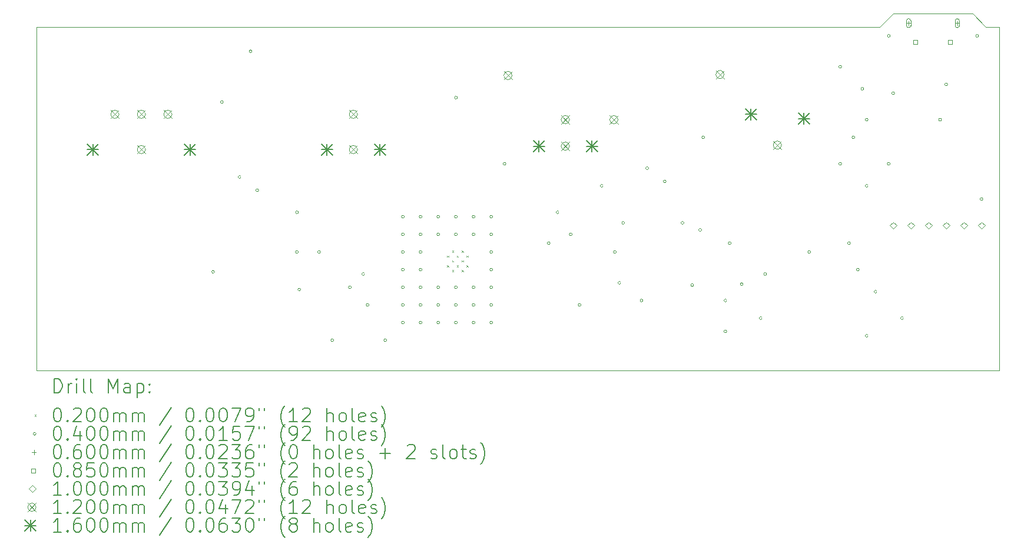
<source format=gbr>
%TF.GenerationSoftware,KiCad,Pcbnew,8.0.3*%
%TF.CreationDate,2024-06-22T14:52:27+02:00*%
%TF.ProjectId,dmx-box-rounded,646d782d-626f-4782-9d72-6f756e646564,rev?*%
%TF.SameCoordinates,Original*%
%TF.FileFunction,Drillmap*%
%TF.FilePolarity,Positive*%
%FSLAX45Y45*%
G04 Gerber Fmt 4.5, Leading zero omitted, Abs format (unit mm)*
G04 Created by KiCad (PCBNEW 8.0.3) date 2024-06-22 14:52:27*
%MOMM*%
%LPD*%
G01*
G04 APERTURE LIST*
%ADD10C,0.100000*%
%ADD11C,0.200000*%
%ADD12C,0.120000*%
%ADD13C,0.160000*%
G04 APERTURE END LIST*
D10*
X17462500Y-7112000D02*
X17653000Y-7112000D01*
X17653000Y-12060500D01*
X3810000Y-12060500D01*
X3810000Y-7112000D01*
X15938500Y-7112000D01*
X16129000Y-6917000D01*
X17272000Y-6917000D01*
X17462500Y-7112000D01*
D11*
D10*
X9715500Y-10403000D02*
X9735500Y-10423000D01*
X9735500Y-10403000D02*
X9715500Y-10423000D01*
X9715500Y-10543000D02*
X9735500Y-10563000D01*
X9735500Y-10543000D02*
X9715500Y-10563000D01*
X9785500Y-10333000D02*
X9805500Y-10353000D01*
X9805500Y-10333000D02*
X9785500Y-10353000D01*
X9785500Y-10473000D02*
X9805500Y-10493000D01*
X9805500Y-10473000D02*
X9785500Y-10493000D01*
X9785500Y-10613000D02*
X9805500Y-10633000D01*
X9805500Y-10613000D02*
X9785500Y-10633000D01*
X9855500Y-10403000D02*
X9875500Y-10423000D01*
X9875500Y-10403000D02*
X9855500Y-10423000D01*
X9855500Y-10543000D02*
X9875500Y-10563000D01*
X9875500Y-10543000D02*
X9855500Y-10563000D01*
X9925500Y-10333000D02*
X9945500Y-10353000D01*
X9945500Y-10333000D02*
X9925500Y-10353000D01*
X9925500Y-10473000D02*
X9945500Y-10493000D01*
X9945500Y-10473000D02*
X9925500Y-10493000D01*
X9925500Y-10613000D02*
X9945500Y-10633000D01*
X9945500Y-10613000D02*
X9925500Y-10633000D01*
X9995500Y-10403000D02*
X10015500Y-10423000D01*
X10015500Y-10403000D02*
X9995500Y-10423000D01*
X9995500Y-10543000D02*
X10015500Y-10563000D01*
X10015500Y-10543000D02*
X9995500Y-10563000D01*
X6370000Y-10636000D02*
G75*
G02*
X6330000Y-10636000I-20000J0D01*
G01*
X6330000Y-10636000D02*
G75*
G02*
X6370000Y-10636000I20000J0D01*
G01*
X6497000Y-8191500D02*
G75*
G02*
X6457000Y-8191500I-20000J0D01*
G01*
X6457000Y-8191500D02*
G75*
G02*
X6497000Y-8191500I20000J0D01*
G01*
X6751000Y-9271000D02*
G75*
G02*
X6711000Y-9271000I-20000J0D01*
G01*
X6711000Y-9271000D02*
G75*
G02*
X6751000Y-9271000I20000J0D01*
G01*
X6909750Y-7461250D02*
G75*
G02*
X6869750Y-7461250I-20000J0D01*
G01*
X6869750Y-7461250D02*
G75*
G02*
X6909750Y-7461250I20000J0D01*
G01*
X7005000Y-9461500D02*
G75*
G02*
X6965000Y-9461500I-20000J0D01*
G01*
X6965000Y-9461500D02*
G75*
G02*
X7005000Y-9461500I20000J0D01*
G01*
X7576500Y-9779000D02*
G75*
G02*
X7536500Y-9779000I-20000J0D01*
G01*
X7536500Y-9779000D02*
G75*
G02*
X7576500Y-9779000I20000J0D01*
G01*
X7576500Y-10350500D02*
G75*
G02*
X7536500Y-10350500I-20000J0D01*
G01*
X7536500Y-10350500D02*
G75*
G02*
X7576500Y-10350500I20000J0D01*
G01*
X7608250Y-10890250D02*
G75*
G02*
X7568250Y-10890250I-20000J0D01*
G01*
X7568250Y-10890250D02*
G75*
G02*
X7608250Y-10890250I20000J0D01*
G01*
X7894000Y-10350500D02*
G75*
G02*
X7854000Y-10350500I-20000J0D01*
G01*
X7854000Y-10350500D02*
G75*
G02*
X7894000Y-10350500I20000J0D01*
G01*
X8084500Y-11620500D02*
G75*
G02*
X8044500Y-11620500I-20000J0D01*
G01*
X8044500Y-11620500D02*
G75*
G02*
X8084500Y-11620500I20000J0D01*
G01*
X8338500Y-10858500D02*
G75*
G02*
X8298500Y-10858500I-20000J0D01*
G01*
X8298500Y-10858500D02*
G75*
G02*
X8338500Y-10858500I20000J0D01*
G01*
X8529000Y-10668000D02*
G75*
G02*
X8489000Y-10668000I-20000J0D01*
G01*
X8489000Y-10668000D02*
G75*
G02*
X8529000Y-10668000I20000J0D01*
G01*
X8592500Y-11112500D02*
G75*
G02*
X8552500Y-11112500I-20000J0D01*
G01*
X8552500Y-11112500D02*
G75*
G02*
X8592500Y-11112500I20000J0D01*
G01*
X8846500Y-11620500D02*
G75*
G02*
X8806500Y-11620500I-20000J0D01*
G01*
X8806500Y-11620500D02*
G75*
G02*
X8846500Y-11620500I20000J0D01*
G01*
X9100500Y-9842500D02*
G75*
G02*
X9060500Y-9842500I-20000J0D01*
G01*
X9060500Y-9842500D02*
G75*
G02*
X9100500Y-9842500I20000J0D01*
G01*
X9100500Y-10096500D02*
G75*
G02*
X9060500Y-10096500I-20000J0D01*
G01*
X9060500Y-10096500D02*
G75*
G02*
X9100500Y-10096500I20000J0D01*
G01*
X9100500Y-10350500D02*
G75*
G02*
X9060500Y-10350500I-20000J0D01*
G01*
X9060500Y-10350500D02*
G75*
G02*
X9100500Y-10350500I20000J0D01*
G01*
X9100500Y-10604500D02*
G75*
G02*
X9060500Y-10604500I-20000J0D01*
G01*
X9060500Y-10604500D02*
G75*
G02*
X9100500Y-10604500I20000J0D01*
G01*
X9100500Y-10858500D02*
G75*
G02*
X9060500Y-10858500I-20000J0D01*
G01*
X9060500Y-10858500D02*
G75*
G02*
X9100500Y-10858500I20000J0D01*
G01*
X9100500Y-11112500D02*
G75*
G02*
X9060500Y-11112500I-20000J0D01*
G01*
X9060500Y-11112500D02*
G75*
G02*
X9100500Y-11112500I20000J0D01*
G01*
X9100500Y-11366500D02*
G75*
G02*
X9060500Y-11366500I-20000J0D01*
G01*
X9060500Y-11366500D02*
G75*
G02*
X9100500Y-11366500I20000J0D01*
G01*
X9354500Y-9842500D02*
G75*
G02*
X9314500Y-9842500I-20000J0D01*
G01*
X9314500Y-9842500D02*
G75*
G02*
X9354500Y-9842500I20000J0D01*
G01*
X9354500Y-10096500D02*
G75*
G02*
X9314500Y-10096500I-20000J0D01*
G01*
X9314500Y-10096500D02*
G75*
G02*
X9354500Y-10096500I20000J0D01*
G01*
X9354500Y-10350500D02*
G75*
G02*
X9314500Y-10350500I-20000J0D01*
G01*
X9314500Y-10350500D02*
G75*
G02*
X9354500Y-10350500I20000J0D01*
G01*
X9354500Y-10604500D02*
G75*
G02*
X9314500Y-10604500I-20000J0D01*
G01*
X9314500Y-10604500D02*
G75*
G02*
X9354500Y-10604500I20000J0D01*
G01*
X9354500Y-10858500D02*
G75*
G02*
X9314500Y-10858500I-20000J0D01*
G01*
X9314500Y-10858500D02*
G75*
G02*
X9354500Y-10858500I20000J0D01*
G01*
X9354500Y-11112500D02*
G75*
G02*
X9314500Y-11112500I-20000J0D01*
G01*
X9314500Y-11112500D02*
G75*
G02*
X9354500Y-11112500I20000J0D01*
G01*
X9354500Y-11366500D02*
G75*
G02*
X9314500Y-11366500I-20000J0D01*
G01*
X9314500Y-11366500D02*
G75*
G02*
X9354500Y-11366500I20000J0D01*
G01*
X9608500Y-9842500D02*
G75*
G02*
X9568500Y-9842500I-20000J0D01*
G01*
X9568500Y-9842500D02*
G75*
G02*
X9608500Y-9842500I20000J0D01*
G01*
X9608500Y-10096500D02*
G75*
G02*
X9568500Y-10096500I-20000J0D01*
G01*
X9568500Y-10096500D02*
G75*
G02*
X9608500Y-10096500I20000J0D01*
G01*
X9608500Y-10858500D02*
G75*
G02*
X9568500Y-10858500I-20000J0D01*
G01*
X9568500Y-10858500D02*
G75*
G02*
X9608500Y-10858500I20000J0D01*
G01*
X9608500Y-11112500D02*
G75*
G02*
X9568500Y-11112500I-20000J0D01*
G01*
X9568500Y-11112500D02*
G75*
G02*
X9608500Y-11112500I20000J0D01*
G01*
X9608500Y-11366500D02*
G75*
G02*
X9568500Y-11366500I-20000J0D01*
G01*
X9568500Y-11366500D02*
G75*
G02*
X9608500Y-11366500I20000J0D01*
G01*
X9862500Y-8128000D02*
G75*
G02*
X9822500Y-8128000I-20000J0D01*
G01*
X9822500Y-8128000D02*
G75*
G02*
X9862500Y-8128000I20000J0D01*
G01*
X9862500Y-9842500D02*
G75*
G02*
X9822500Y-9842500I-20000J0D01*
G01*
X9822500Y-9842500D02*
G75*
G02*
X9862500Y-9842500I20000J0D01*
G01*
X9862500Y-10096500D02*
G75*
G02*
X9822500Y-10096500I-20000J0D01*
G01*
X9822500Y-10096500D02*
G75*
G02*
X9862500Y-10096500I20000J0D01*
G01*
X9862500Y-10858500D02*
G75*
G02*
X9822500Y-10858500I-20000J0D01*
G01*
X9822500Y-10858500D02*
G75*
G02*
X9862500Y-10858500I20000J0D01*
G01*
X9862500Y-11112500D02*
G75*
G02*
X9822500Y-11112500I-20000J0D01*
G01*
X9822500Y-11112500D02*
G75*
G02*
X9862500Y-11112500I20000J0D01*
G01*
X9862500Y-11366500D02*
G75*
G02*
X9822500Y-11366500I-20000J0D01*
G01*
X9822500Y-11366500D02*
G75*
G02*
X9862500Y-11366500I20000J0D01*
G01*
X10116500Y-9842500D02*
G75*
G02*
X10076500Y-9842500I-20000J0D01*
G01*
X10076500Y-9842500D02*
G75*
G02*
X10116500Y-9842500I20000J0D01*
G01*
X10116500Y-10096500D02*
G75*
G02*
X10076500Y-10096500I-20000J0D01*
G01*
X10076500Y-10096500D02*
G75*
G02*
X10116500Y-10096500I20000J0D01*
G01*
X10116500Y-10858500D02*
G75*
G02*
X10076500Y-10858500I-20000J0D01*
G01*
X10076500Y-10858500D02*
G75*
G02*
X10116500Y-10858500I20000J0D01*
G01*
X10116500Y-11112500D02*
G75*
G02*
X10076500Y-11112500I-20000J0D01*
G01*
X10076500Y-11112500D02*
G75*
G02*
X10116500Y-11112500I20000J0D01*
G01*
X10116500Y-11366500D02*
G75*
G02*
X10076500Y-11366500I-20000J0D01*
G01*
X10076500Y-11366500D02*
G75*
G02*
X10116500Y-11366500I20000J0D01*
G01*
X10370500Y-9842500D02*
G75*
G02*
X10330500Y-9842500I-20000J0D01*
G01*
X10330500Y-9842500D02*
G75*
G02*
X10370500Y-9842500I20000J0D01*
G01*
X10370500Y-10096500D02*
G75*
G02*
X10330500Y-10096500I-20000J0D01*
G01*
X10330500Y-10096500D02*
G75*
G02*
X10370500Y-10096500I20000J0D01*
G01*
X10370500Y-10350500D02*
G75*
G02*
X10330500Y-10350500I-20000J0D01*
G01*
X10330500Y-10350500D02*
G75*
G02*
X10370500Y-10350500I20000J0D01*
G01*
X10370500Y-10604500D02*
G75*
G02*
X10330500Y-10604500I-20000J0D01*
G01*
X10330500Y-10604500D02*
G75*
G02*
X10370500Y-10604500I20000J0D01*
G01*
X10370500Y-10858500D02*
G75*
G02*
X10330500Y-10858500I-20000J0D01*
G01*
X10330500Y-10858500D02*
G75*
G02*
X10370500Y-10858500I20000J0D01*
G01*
X10370500Y-11112500D02*
G75*
G02*
X10330500Y-11112500I-20000J0D01*
G01*
X10330500Y-11112500D02*
G75*
G02*
X10370500Y-11112500I20000J0D01*
G01*
X10370500Y-11366500D02*
G75*
G02*
X10330500Y-11366500I-20000J0D01*
G01*
X10330500Y-11366500D02*
G75*
G02*
X10370500Y-11366500I20000J0D01*
G01*
X10561000Y-9080500D02*
G75*
G02*
X10521000Y-9080500I-20000J0D01*
G01*
X10521000Y-9080500D02*
G75*
G02*
X10561000Y-9080500I20000J0D01*
G01*
X11196000Y-10223500D02*
G75*
G02*
X11156000Y-10223500I-20000J0D01*
G01*
X11156000Y-10223500D02*
G75*
G02*
X11196000Y-10223500I20000J0D01*
G01*
X11323000Y-9779000D02*
G75*
G02*
X11283000Y-9779000I-20000J0D01*
G01*
X11283000Y-9779000D02*
G75*
G02*
X11323000Y-9779000I20000J0D01*
G01*
X11513500Y-10096500D02*
G75*
G02*
X11473500Y-10096500I-20000J0D01*
G01*
X11473500Y-10096500D02*
G75*
G02*
X11513500Y-10096500I20000J0D01*
G01*
X11640500Y-11112500D02*
G75*
G02*
X11600500Y-11112500I-20000J0D01*
G01*
X11600500Y-11112500D02*
G75*
G02*
X11640500Y-11112500I20000J0D01*
G01*
X11958000Y-9398000D02*
G75*
G02*
X11918000Y-9398000I-20000J0D01*
G01*
X11918000Y-9398000D02*
G75*
G02*
X11958000Y-9398000I20000J0D01*
G01*
X12148500Y-10350500D02*
G75*
G02*
X12108500Y-10350500I-20000J0D01*
G01*
X12108500Y-10350500D02*
G75*
G02*
X12148500Y-10350500I20000J0D01*
G01*
X12212000Y-10795000D02*
G75*
G02*
X12172000Y-10795000I-20000J0D01*
G01*
X12172000Y-10795000D02*
G75*
G02*
X12212000Y-10795000I20000J0D01*
G01*
X12265625Y-9931500D02*
G75*
G02*
X12225625Y-9931500I-20000J0D01*
G01*
X12225625Y-9931500D02*
G75*
G02*
X12265625Y-9931500I20000J0D01*
G01*
X12529500Y-11049000D02*
G75*
G02*
X12489500Y-11049000I-20000J0D01*
G01*
X12489500Y-11049000D02*
G75*
G02*
X12529500Y-11049000I20000J0D01*
G01*
X12610875Y-9144000D02*
G75*
G02*
X12570875Y-9144000I-20000J0D01*
G01*
X12570875Y-9144000D02*
G75*
G02*
X12610875Y-9144000I20000J0D01*
G01*
X12864875Y-9334500D02*
G75*
G02*
X12824875Y-9334500I-20000J0D01*
G01*
X12824875Y-9334500D02*
G75*
G02*
X12864875Y-9334500I20000J0D01*
G01*
X13118875Y-9931500D02*
G75*
G02*
X13078875Y-9931500I-20000J0D01*
G01*
X13078875Y-9931500D02*
G75*
G02*
X13118875Y-9931500I20000J0D01*
G01*
X13259750Y-10826750D02*
G75*
G02*
X13219750Y-10826750I-20000J0D01*
G01*
X13219750Y-10826750D02*
G75*
G02*
X13259750Y-10826750I20000J0D01*
G01*
X13372875Y-10033000D02*
G75*
G02*
X13332875Y-10033000I-20000J0D01*
G01*
X13332875Y-10033000D02*
G75*
G02*
X13372875Y-10033000I20000J0D01*
G01*
X13418500Y-8699500D02*
G75*
G02*
X13378500Y-8699500I-20000J0D01*
G01*
X13378500Y-8699500D02*
G75*
G02*
X13418500Y-8699500I20000J0D01*
G01*
X13736000Y-11049000D02*
G75*
G02*
X13696000Y-11049000I-20000J0D01*
G01*
X13696000Y-11049000D02*
G75*
G02*
X13736000Y-11049000I20000J0D01*
G01*
X13736000Y-11493500D02*
G75*
G02*
X13696000Y-11493500I-20000J0D01*
G01*
X13696000Y-11493500D02*
G75*
G02*
X13736000Y-11493500I20000J0D01*
G01*
X13799500Y-10223500D02*
G75*
G02*
X13759500Y-10223500I-20000J0D01*
G01*
X13759500Y-10223500D02*
G75*
G02*
X13799500Y-10223500I20000J0D01*
G01*
X13971750Y-10813250D02*
G75*
G02*
X13931750Y-10813250I-20000J0D01*
G01*
X13931750Y-10813250D02*
G75*
G02*
X13971750Y-10813250I20000J0D01*
G01*
X14244000Y-11303000D02*
G75*
G02*
X14204000Y-11303000I-20000J0D01*
G01*
X14204000Y-11303000D02*
G75*
G02*
X14244000Y-11303000I20000J0D01*
G01*
X14307500Y-10668000D02*
G75*
G02*
X14267500Y-10668000I-20000J0D01*
G01*
X14267500Y-10668000D02*
G75*
G02*
X14307500Y-10668000I20000J0D01*
G01*
X14942500Y-10350500D02*
G75*
G02*
X14902500Y-10350500I-20000J0D01*
G01*
X14902500Y-10350500D02*
G75*
G02*
X14942500Y-10350500I20000J0D01*
G01*
X15387000Y-7683500D02*
G75*
G02*
X15347000Y-7683500I-20000J0D01*
G01*
X15347000Y-7683500D02*
G75*
G02*
X15387000Y-7683500I20000J0D01*
G01*
X15387000Y-9080500D02*
G75*
G02*
X15347000Y-9080500I-20000J0D01*
G01*
X15347000Y-9080500D02*
G75*
G02*
X15387000Y-9080500I20000J0D01*
G01*
X15514000Y-10223500D02*
G75*
G02*
X15474000Y-10223500I-20000J0D01*
G01*
X15474000Y-10223500D02*
G75*
G02*
X15514000Y-10223500I20000J0D01*
G01*
X15577500Y-8699500D02*
G75*
G02*
X15537500Y-8699500I-20000J0D01*
G01*
X15537500Y-8699500D02*
G75*
G02*
X15577500Y-8699500I20000J0D01*
G01*
X15641000Y-10604500D02*
G75*
G02*
X15601000Y-10604500I-20000J0D01*
G01*
X15601000Y-10604500D02*
G75*
G02*
X15641000Y-10604500I20000J0D01*
G01*
X15704500Y-8001000D02*
G75*
G02*
X15664500Y-8001000I-20000J0D01*
G01*
X15664500Y-8001000D02*
G75*
G02*
X15704500Y-8001000I20000J0D01*
G01*
X15768000Y-8445500D02*
G75*
G02*
X15728000Y-8445500I-20000J0D01*
G01*
X15728000Y-8445500D02*
G75*
G02*
X15768000Y-8445500I20000J0D01*
G01*
X15768000Y-9398000D02*
G75*
G02*
X15728000Y-9398000I-20000J0D01*
G01*
X15728000Y-9398000D02*
G75*
G02*
X15768000Y-9398000I20000J0D01*
G01*
X15768000Y-11557000D02*
G75*
G02*
X15728000Y-11557000I-20000J0D01*
G01*
X15728000Y-11557000D02*
G75*
G02*
X15768000Y-11557000I20000J0D01*
G01*
X15895000Y-10922000D02*
G75*
G02*
X15855000Y-10922000I-20000J0D01*
G01*
X15855000Y-10922000D02*
G75*
G02*
X15895000Y-10922000I20000J0D01*
G01*
X16085500Y-7239000D02*
G75*
G02*
X16045500Y-7239000I-20000J0D01*
G01*
X16045500Y-7239000D02*
G75*
G02*
X16085500Y-7239000I20000J0D01*
G01*
X16085500Y-9080500D02*
G75*
G02*
X16045500Y-9080500I-20000J0D01*
G01*
X16045500Y-9080500D02*
G75*
G02*
X16085500Y-9080500I20000J0D01*
G01*
X16149000Y-8064500D02*
G75*
G02*
X16109000Y-8064500I-20000J0D01*
G01*
X16109000Y-8064500D02*
G75*
G02*
X16149000Y-8064500I20000J0D01*
G01*
X16276000Y-11303000D02*
G75*
G02*
X16236000Y-11303000I-20000J0D01*
G01*
X16236000Y-11303000D02*
G75*
G02*
X16276000Y-11303000I20000J0D01*
G01*
X16823500Y-8445500D02*
G75*
G02*
X16783500Y-8445500I-20000J0D01*
G01*
X16783500Y-8445500D02*
G75*
G02*
X16823500Y-8445500I20000J0D01*
G01*
X16911000Y-7937500D02*
G75*
G02*
X16871000Y-7937500I-20000J0D01*
G01*
X16871000Y-7937500D02*
G75*
G02*
X16911000Y-7937500I20000J0D01*
G01*
X17355500Y-7239000D02*
G75*
G02*
X17315500Y-7239000I-20000J0D01*
G01*
X17315500Y-7239000D02*
G75*
G02*
X17355500Y-7239000I20000J0D01*
G01*
X17419000Y-9588500D02*
G75*
G02*
X17379000Y-9588500I-20000J0D01*
G01*
X17379000Y-9588500D02*
G75*
G02*
X17419000Y-9588500I20000J0D01*
G01*
X16350500Y-7026700D02*
X16350500Y-7086700D01*
X16320500Y-7056700D02*
X16380500Y-7056700D01*
X16380500Y-7091700D02*
X16380500Y-7021700D01*
X16320500Y-7021700D02*
G75*
G02*
X16380500Y-7021700I30000J0D01*
G01*
X16320500Y-7021700D02*
X16320500Y-7091700D01*
X16320500Y-7091700D02*
G75*
G03*
X16380500Y-7091700I30000J0D01*
G01*
X17050500Y-7026700D02*
X17050500Y-7086700D01*
X17020500Y-7056700D02*
X17080500Y-7056700D01*
X17020500Y-7021700D02*
X17020500Y-7091700D01*
X17080500Y-7091700D02*
G75*
G02*
X17020500Y-7091700I-30000J0D01*
G01*
X17080500Y-7091700D02*
X17080500Y-7021700D01*
X17080500Y-7021700D02*
G75*
G03*
X17020500Y-7021700I-30000J0D01*
G01*
X16480552Y-7356752D02*
X16480552Y-7296648D01*
X16420448Y-7296648D01*
X16420448Y-7356752D01*
X16480552Y-7356752D01*
X16980552Y-7356752D02*
X16980552Y-7296648D01*
X16920448Y-7296648D01*
X16920448Y-7356752D01*
X16980552Y-7356752D01*
X16129000Y-10019500D02*
X16179000Y-9969500D01*
X16129000Y-9919500D01*
X16079000Y-9969500D01*
X16129000Y-10019500D01*
X16383000Y-10019500D02*
X16433000Y-9969500D01*
X16383000Y-9919500D01*
X16333000Y-9969500D01*
X16383000Y-10019500D01*
X16637000Y-10019500D02*
X16687000Y-9969500D01*
X16637000Y-9919500D01*
X16587000Y-9969500D01*
X16637000Y-10019500D01*
X16891000Y-10019500D02*
X16941000Y-9969500D01*
X16891000Y-9919500D01*
X16841000Y-9969500D01*
X16891000Y-10019500D01*
X17145000Y-10019500D02*
X17195000Y-9969500D01*
X17145000Y-9919500D01*
X17095000Y-9969500D01*
X17145000Y-10019500D01*
X17399000Y-10019500D02*
X17449000Y-9969500D01*
X17399000Y-9919500D01*
X17349000Y-9969500D01*
X17399000Y-10019500D01*
D12*
X4878000Y-8307500D02*
X4998000Y-8427500D01*
X4998000Y-8307500D02*
X4878000Y-8427500D01*
X4998000Y-8367500D02*
G75*
G02*
X4878000Y-8367500I-60000J0D01*
G01*
X4878000Y-8367500D02*
G75*
G02*
X4998000Y-8367500I60000J0D01*
G01*
X5259000Y-8307500D02*
X5379000Y-8427500D01*
X5379000Y-8307500D02*
X5259000Y-8427500D01*
X5379000Y-8367500D02*
G75*
G02*
X5259000Y-8367500I-60000J0D01*
G01*
X5259000Y-8367500D02*
G75*
G02*
X5379000Y-8367500I60000J0D01*
G01*
X5259000Y-8815500D02*
X5379000Y-8935500D01*
X5379000Y-8815500D02*
X5259000Y-8935500D01*
X5379000Y-8875500D02*
G75*
G02*
X5259000Y-8875500I-60000J0D01*
G01*
X5259000Y-8875500D02*
G75*
G02*
X5379000Y-8875500I60000J0D01*
G01*
X5640000Y-8307500D02*
X5760000Y-8427500D01*
X5760000Y-8307500D02*
X5640000Y-8427500D01*
X5760000Y-8367500D02*
G75*
G02*
X5640000Y-8367500I-60000J0D01*
G01*
X5640000Y-8367500D02*
G75*
G02*
X5760000Y-8367500I60000J0D01*
G01*
X8307000Y-8307500D02*
X8427000Y-8427500D01*
X8427000Y-8307500D02*
X8307000Y-8427500D01*
X8427000Y-8367500D02*
G75*
G02*
X8307000Y-8367500I-60000J0D01*
G01*
X8307000Y-8367500D02*
G75*
G02*
X8427000Y-8367500I60000J0D01*
G01*
X8307000Y-8815500D02*
X8427000Y-8935500D01*
X8427000Y-8815500D02*
X8307000Y-8935500D01*
X8427000Y-8875500D02*
G75*
G02*
X8307000Y-8875500I-60000J0D01*
G01*
X8307000Y-8875500D02*
G75*
G02*
X8427000Y-8875500I60000J0D01*
G01*
X10530000Y-7750000D02*
X10650000Y-7870000D01*
X10650000Y-7750000D02*
X10530000Y-7870000D01*
X10650000Y-7810000D02*
G75*
G02*
X10530000Y-7810000I-60000J0D01*
G01*
X10530000Y-7810000D02*
G75*
G02*
X10650000Y-7810000I60000J0D01*
G01*
X11355000Y-8385500D02*
X11475000Y-8505500D01*
X11475000Y-8385500D02*
X11355000Y-8505500D01*
X11475000Y-8445500D02*
G75*
G02*
X11355000Y-8445500I-60000J0D01*
G01*
X11355000Y-8445500D02*
G75*
G02*
X11475000Y-8445500I60000J0D01*
G01*
X11355000Y-8767000D02*
X11475000Y-8887000D01*
X11475000Y-8767000D02*
X11355000Y-8887000D01*
X11475000Y-8827000D02*
G75*
G02*
X11355000Y-8827000I-60000J0D01*
G01*
X11355000Y-8827000D02*
G75*
G02*
X11475000Y-8827000I60000J0D01*
G01*
X12053000Y-8385500D02*
X12173000Y-8505500D01*
X12173000Y-8385500D02*
X12053000Y-8505500D01*
X12173000Y-8445500D02*
G75*
G02*
X12053000Y-8445500I-60000J0D01*
G01*
X12053000Y-8445500D02*
G75*
G02*
X12173000Y-8445500I60000J0D01*
G01*
X13578000Y-7735500D02*
X13698000Y-7855500D01*
X13698000Y-7735500D02*
X13578000Y-7855500D01*
X13698000Y-7795500D02*
G75*
G02*
X13578000Y-7795500I-60000J0D01*
G01*
X13578000Y-7795500D02*
G75*
G02*
X13698000Y-7795500I60000J0D01*
G01*
X14403000Y-8752500D02*
X14523000Y-8872500D01*
X14523000Y-8752500D02*
X14403000Y-8872500D01*
X14523000Y-8812500D02*
G75*
G02*
X14403000Y-8812500I-60000J0D01*
G01*
X14403000Y-8812500D02*
G75*
G02*
X14523000Y-8812500I60000J0D01*
G01*
D13*
X4541000Y-8795500D02*
X4701000Y-8955500D01*
X4701000Y-8795500D02*
X4541000Y-8955500D01*
X4621000Y-8795500D02*
X4621000Y-8955500D01*
X4541000Y-8875500D02*
X4701000Y-8875500D01*
X5937000Y-8795500D02*
X6097000Y-8955500D01*
X6097000Y-8795500D02*
X5937000Y-8955500D01*
X6017000Y-8795500D02*
X6017000Y-8955500D01*
X5937000Y-8875500D02*
X6097000Y-8875500D01*
X7906000Y-8795500D02*
X8066000Y-8955500D01*
X8066000Y-8795500D02*
X7906000Y-8955500D01*
X7986000Y-8795500D02*
X7986000Y-8955500D01*
X7906000Y-8875500D02*
X8066000Y-8875500D01*
X8668000Y-8795500D02*
X8828000Y-8955500D01*
X8828000Y-8795500D02*
X8668000Y-8955500D01*
X8748000Y-8795500D02*
X8748000Y-8955500D01*
X8668000Y-8875500D02*
X8828000Y-8875500D01*
X10954000Y-8747000D02*
X11114000Y-8907000D01*
X11114000Y-8747000D02*
X10954000Y-8907000D01*
X11034000Y-8747000D02*
X11034000Y-8907000D01*
X10954000Y-8827000D02*
X11114000Y-8827000D01*
X11716000Y-8747000D02*
X11876000Y-8907000D01*
X11876000Y-8747000D02*
X11716000Y-8907000D01*
X11796000Y-8747000D02*
X11796000Y-8907000D01*
X11716000Y-8827000D02*
X11876000Y-8827000D01*
X14002000Y-8287500D02*
X14162000Y-8447500D01*
X14162000Y-8287500D02*
X14002000Y-8447500D01*
X14082000Y-8287500D02*
X14082000Y-8447500D01*
X14002000Y-8367500D02*
X14162000Y-8367500D01*
X14764000Y-8351000D02*
X14924000Y-8511000D01*
X14924000Y-8351000D02*
X14764000Y-8511000D01*
X14844000Y-8351000D02*
X14844000Y-8511000D01*
X14764000Y-8431000D02*
X14924000Y-8431000D01*
D11*
X4065777Y-12376984D02*
X4065777Y-12176984D01*
X4065777Y-12176984D02*
X4113396Y-12176984D01*
X4113396Y-12176984D02*
X4141967Y-12186508D01*
X4141967Y-12186508D02*
X4161015Y-12205555D01*
X4161015Y-12205555D02*
X4170539Y-12224603D01*
X4170539Y-12224603D02*
X4180062Y-12262698D01*
X4180062Y-12262698D02*
X4180062Y-12291269D01*
X4180062Y-12291269D02*
X4170539Y-12329365D01*
X4170539Y-12329365D02*
X4161015Y-12348412D01*
X4161015Y-12348412D02*
X4141967Y-12367460D01*
X4141967Y-12367460D02*
X4113396Y-12376984D01*
X4113396Y-12376984D02*
X4065777Y-12376984D01*
X4265777Y-12376984D02*
X4265777Y-12243650D01*
X4265777Y-12281746D02*
X4275301Y-12262698D01*
X4275301Y-12262698D02*
X4284824Y-12253174D01*
X4284824Y-12253174D02*
X4303872Y-12243650D01*
X4303872Y-12243650D02*
X4322920Y-12243650D01*
X4389586Y-12376984D02*
X4389586Y-12243650D01*
X4389586Y-12176984D02*
X4380063Y-12186508D01*
X4380063Y-12186508D02*
X4389586Y-12196031D01*
X4389586Y-12196031D02*
X4399110Y-12186508D01*
X4399110Y-12186508D02*
X4389586Y-12176984D01*
X4389586Y-12176984D02*
X4389586Y-12196031D01*
X4513396Y-12376984D02*
X4494348Y-12367460D01*
X4494348Y-12367460D02*
X4484824Y-12348412D01*
X4484824Y-12348412D02*
X4484824Y-12176984D01*
X4618158Y-12376984D02*
X4599110Y-12367460D01*
X4599110Y-12367460D02*
X4589586Y-12348412D01*
X4589586Y-12348412D02*
X4589586Y-12176984D01*
X4846729Y-12376984D02*
X4846729Y-12176984D01*
X4846729Y-12176984D02*
X4913396Y-12319841D01*
X4913396Y-12319841D02*
X4980063Y-12176984D01*
X4980063Y-12176984D02*
X4980063Y-12376984D01*
X5161015Y-12376984D02*
X5161015Y-12272222D01*
X5161015Y-12272222D02*
X5151491Y-12253174D01*
X5151491Y-12253174D02*
X5132444Y-12243650D01*
X5132444Y-12243650D02*
X5094348Y-12243650D01*
X5094348Y-12243650D02*
X5075301Y-12253174D01*
X5161015Y-12367460D02*
X5141967Y-12376984D01*
X5141967Y-12376984D02*
X5094348Y-12376984D01*
X5094348Y-12376984D02*
X5075301Y-12367460D01*
X5075301Y-12367460D02*
X5065777Y-12348412D01*
X5065777Y-12348412D02*
X5065777Y-12329365D01*
X5065777Y-12329365D02*
X5075301Y-12310317D01*
X5075301Y-12310317D02*
X5094348Y-12300793D01*
X5094348Y-12300793D02*
X5141967Y-12300793D01*
X5141967Y-12300793D02*
X5161015Y-12291269D01*
X5256253Y-12243650D02*
X5256253Y-12443650D01*
X5256253Y-12253174D02*
X5275301Y-12243650D01*
X5275301Y-12243650D02*
X5313396Y-12243650D01*
X5313396Y-12243650D02*
X5332444Y-12253174D01*
X5332444Y-12253174D02*
X5341967Y-12262698D01*
X5341967Y-12262698D02*
X5351491Y-12281746D01*
X5351491Y-12281746D02*
X5351491Y-12338888D01*
X5351491Y-12338888D02*
X5341967Y-12357936D01*
X5341967Y-12357936D02*
X5332444Y-12367460D01*
X5332444Y-12367460D02*
X5313396Y-12376984D01*
X5313396Y-12376984D02*
X5275301Y-12376984D01*
X5275301Y-12376984D02*
X5256253Y-12367460D01*
X5437205Y-12357936D02*
X5446729Y-12367460D01*
X5446729Y-12367460D02*
X5437205Y-12376984D01*
X5437205Y-12376984D02*
X5427682Y-12367460D01*
X5427682Y-12367460D02*
X5437205Y-12357936D01*
X5437205Y-12357936D02*
X5437205Y-12376984D01*
X5437205Y-12253174D02*
X5446729Y-12262698D01*
X5446729Y-12262698D02*
X5437205Y-12272222D01*
X5437205Y-12272222D02*
X5427682Y-12262698D01*
X5427682Y-12262698D02*
X5437205Y-12253174D01*
X5437205Y-12253174D02*
X5437205Y-12272222D01*
D10*
X3785000Y-12695500D02*
X3805000Y-12715500D01*
X3805000Y-12695500D02*
X3785000Y-12715500D01*
D11*
X4103872Y-12596984D02*
X4122920Y-12596984D01*
X4122920Y-12596984D02*
X4141967Y-12606508D01*
X4141967Y-12606508D02*
X4151491Y-12616031D01*
X4151491Y-12616031D02*
X4161015Y-12635079D01*
X4161015Y-12635079D02*
X4170539Y-12673174D01*
X4170539Y-12673174D02*
X4170539Y-12720793D01*
X4170539Y-12720793D02*
X4161015Y-12758888D01*
X4161015Y-12758888D02*
X4151491Y-12777936D01*
X4151491Y-12777936D02*
X4141967Y-12787460D01*
X4141967Y-12787460D02*
X4122920Y-12796984D01*
X4122920Y-12796984D02*
X4103872Y-12796984D01*
X4103872Y-12796984D02*
X4084824Y-12787460D01*
X4084824Y-12787460D02*
X4075301Y-12777936D01*
X4075301Y-12777936D02*
X4065777Y-12758888D01*
X4065777Y-12758888D02*
X4056253Y-12720793D01*
X4056253Y-12720793D02*
X4056253Y-12673174D01*
X4056253Y-12673174D02*
X4065777Y-12635079D01*
X4065777Y-12635079D02*
X4075301Y-12616031D01*
X4075301Y-12616031D02*
X4084824Y-12606508D01*
X4084824Y-12606508D02*
X4103872Y-12596984D01*
X4256253Y-12777936D02*
X4265777Y-12787460D01*
X4265777Y-12787460D02*
X4256253Y-12796984D01*
X4256253Y-12796984D02*
X4246729Y-12787460D01*
X4246729Y-12787460D02*
X4256253Y-12777936D01*
X4256253Y-12777936D02*
X4256253Y-12796984D01*
X4341967Y-12616031D02*
X4351491Y-12606508D01*
X4351491Y-12606508D02*
X4370539Y-12596984D01*
X4370539Y-12596984D02*
X4418158Y-12596984D01*
X4418158Y-12596984D02*
X4437205Y-12606508D01*
X4437205Y-12606508D02*
X4446729Y-12616031D01*
X4446729Y-12616031D02*
X4456253Y-12635079D01*
X4456253Y-12635079D02*
X4456253Y-12654127D01*
X4456253Y-12654127D02*
X4446729Y-12682698D01*
X4446729Y-12682698D02*
X4332444Y-12796984D01*
X4332444Y-12796984D02*
X4456253Y-12796984D01*
X4580063Y-12596984D02*
X4599110Y-12596984D01*
X4599110Y-12596984D02*
X4618158Y-12606508D01*
X4618158Y-12606508D02*
X4627682Y-12616031D01*
X4627682Y-12616031D02*
X4637205Y-12635079D01*
X4637205Y-12635079D02*
X4646729Y-12673174D01*
X4646729Y-12673174D02*
X4646729Y-12720793D01*
X4646729Y-12720793D02*
X4637205Y-12758888D01*
X4637205Y-12758888D02*
X4627682Y-12777936D01*
X4627682Y-12777936D02*
X4618158Y-12787460D01*
X4618158Y-12787460D02*
X4599110Y-12796984D01*
X4599110Y-12796984D02*
X4580063Y-12796984D01*
X4580063Y-12796984D02*
X4561015Y-12787460D01*
X4561015Y-12787460D02*
X4551491Y-12777936D01*
X4551491Y-12777936D02*
X4541967Y-12758888D01*
X4541967Y-12758888D02*
X4532444Y-12720793D01*
X4532444Y-12720793D02*
X4532444Y-12673174D01*
X4532444Y-12673174D02*
X4541967Y-12635079D01*
X4541967Y-12635079D02*
X4551491Y-12616031D01*
X4551491Y-12616031D02*
X4561015Y-12606508D01*
X4561015Y-12606508D02*
X4580063Y-12596984D01*
X4770539Y-12596984D02*
X4789586Y-12596984D01*
X4789586Y-12596984D02*
X4808634Y-12606508D01*
X4808634Y-12606508D02*
X4818158Y-12616031D01*
X4818158Y-12616031D02*
X4827682Y-12635079D01*
X4827682Y-12635079D02*
X4837205Y-12673174D01*
X4837205Y-12673174D02*
X4837205Y-12720793D01*
X4837205Y-12720793D02*
X4827682Y-12758888D01*
X4827682Y-12758888D02*
X4818158Y-12777936D01*
X4818158Y-12777936D02*
X4808634Y-12787460D01*
X4808634Y-12787460D02*
X4789586Y-12796984D01*
X4789586Y-12796984D02*
X4770539Y-12796984D01*
X4770539Y-12796984D02*
X4751491Y-12787460D01*
X4751491Y-12787460D02*
X4741967Y-12777936D01*
X4741967Y-12777936D02*
X4732444Y-12758888D01*
X4732444Y-12758888D02*
X4722920Y-12720793D01*
X4722920Y-12720793D02*
X4722920Y-12673174D01*
X4722920Y-12673174D02*
X4732444Y-12635079D01*
X4732444Y-12635079D02*
X4741967Y-12616031D01*
X4741967Y-12616031D02*
X4751491Y-12606508D01*
X4751491Y-12606508D02*
X4770539Y-12596984D01*
X4922920Y-12796984D02*
X4922920Y-12663650D01*
X4922920Y-12682698D02*
X4932444Y-12673174D01*
X4932444Y-12673174D02*
X4951491Y-12663650D01*
X4951491Y-12663650D02*
X4980063Y-12663650D01*
X4980063Y-12663650D02*
X4999110Y-12673174D01*
X4999110Y-12673174D02*
X5008634Y-12692222D01*
X5008634Y-12692222D02*
X5008634Y-12796984D01*
X5008634Y-12692222D02*
X5018158Y-12673174D01*
X5018158Y-12673174D02*
X5037205Y-12663650D01*
X5037205Y-12663650D02*
X5065777Y-12663650D01*
X5065777Y-12663650D02*
X5084825Y-12673174D01*
X5084825Y-12673174D02*
X5094348Y-12692222D01*
X5094348Y-12692222D02*
X5094348Y-12796984D01*
X5189586Y-12796984D02*
X5189586Y-12663650D01*
X5189586Y-12682698D02*
X5199110Y-12673174D01*
X5199110Y-12673174D02*
X5218158Y-12663650D01*
X5218158Y-12663650D02*
X5246729Y-12663650D01*
X5246729Y-12663650D02*
X5265777Y-12673174D01*
X5265777Y-12673174D02*
X5275301Y-12692222D01*
X5275301Y-12692222D02*
X5275301Y-12796984D01*
X5275301Y-12692222D02*
X5284825Y-12673174D01*
X5284825Y-12673174D02*
X5303872Y-12663650D01*
X5303872Y-12663650D02*
X5332444Y-12663650D01*
X5332444Y-12663650D02*
X5351491Y-12673174D01*
X5351491Y-12673174D02*
X5361015Y-12692222D01*
X5361015Y-12692222D02*
X5361015Y-12796984D01*
X5751491Y-12587460D02*
X5580063Y-12844603D01*
X6008634Y-12596984D02*
X6027682Y-12596984D01*
X6027682Y-12596984D02*
X6046729Y-12606508D01*
X6046729Y-12606508D02*
X6056253Y-12616031D01*
X6056253Y-12616031D02*
X6065777Y-12635079D01*
X6065777Y-12635079D02*
X6075301Y-12673174D01*
X6075301Y-12673174D02*
X6075301Y-12720793D01*
X6075301Y-12720793D02*
X6065777Y-12758888D01*
X6065777Y-12758888D02*
X6056253Y-12777936D01*
X6056253Y-12777936D02*
X6046729Y-12787460D01*
X6046729Y-12787460D02*
X6027682Y-12796984D01*
X6027682Y-12796984D02*
X6008634Y-12796984D01*
X6008634Y-12796984D02*
X5989586Y-12787460D01*
X5989586Y-12787460D02*
X5980063Y-12777936D01*
X5980063Y-12777936D02*
X5970539Y-12758888D01*
X5970539Y-12758888D02*
X5961015Y-12720793D01*
X5961015Y-12720793D02*
X5961015Y-12673174D01*
X5961015Y-12673174D02*
X5970539Y-12635079D01*
X5970539Y-12635079D02*
X5980063Y-12616031D01*
X5980063Y-12616031D02*
X5989586Y-12606508D01*
X5989586Y-12606508D02*
X6008634Y-12596984D01*
X6161015Y-12777936D02*
X6170539Y-12787460D01*
X6170539Y-12787460D02*
X6161015Y-12796984D01*
X6161015Y-12796984D02*
X6151491Y-12787460D01*
X6151491Y-12787460D02*
X6161015Y-12777936D01*
X6161015Y-12777936D02*
X6161015Y-12796984D01*
X6294348Y-12596984D02*
X6313396Y-12596984D01*
X6313396Y-12596984D02*
X6332444Y-12606508D01*
X6332444Y-12606508D02*
X6341967Y-12616031D01*
X6341967Y-12616031D02*
X6351491Y-12635079D01*
X6351491Y-12635079D02*
X6361015Y-12673174D01*
X6361015Y-12673174D02*
X6361015Y-12720793D01*
X6361015Y-12720793D02*
X6351491Y-12758888D01*
X6351491Y-12758888D02*
X6341967Y-12777936D01*
X6341967Y-12777936D02*
X6332444Y-12787460D01*
X6332444Y-12787460D02*
X6313396Y-12796984D01*
X6313396Y-12796984D02*
X6294348Y-12796984D01*
X6294348Y-12796984D02*
X6275301Y-12787460D01*
X6275301Y-12787460D02*
X6265777Y-12777936D01*
X6265777Y-12777936D02*
X6256253Y-12758888D01*
X6256253Y-12758888D02*
X6246729Y-12720793D01*
X6246729Y-12720793D02*
X6246729Y-12673174D01*
X6246729Y-12673174D02*
X6256253Y-12635079D01*
X6256253Y-12635079D02*
X6265777Y-12616031D01*
X6265777Y-12616031D02*
X6275301Y-12606508D01*
X6275301Y-12606508D02*
X6294348Y-12596984D01*
X6484825Y-12596984D02*
X6503872Y-12596984D01*
X6503872Y-12596984D02*
X6522920Y-12606508D01*
X6522920Y-12606508D02*
X6532444Y-12616031D01*
X6532444Y-12616031D02*
X6541967Y-12635079D01*
X6541967Y-12635079D02*
X6551491Y-12673174D01*
X6551491Y-12673174D02*
X6551491Y-12720793D01*
X6551491Y-12720793D02*
X6541967Y-12758888D01*
X6541967Y-12758888D02*
X6532444Y-12777936D01*
X6532444Y-12777936D02*
X6522920Y-12787460D01*
X6522920Y-12787460D02*
X6503872Y-12796984D01*
X6503872Y-12796984D02*
X6484825Y-12796984D01*
X6484825Y-12796984D02*
X6465777Y-12787460D01*
X6465777Y-12787460D02*
X6456253Y-12777936D01*
X6456253Y-12777936D02*
X6446729Y-12758888D01*
X6446729Y-12758888D02*
X6437206Y-12720793D01*
X6437206Y-12720793D02*
X6437206Y-12673174D01*
X6437206Y-12673174D02*
X6446729Y-12635079D01*
X6446729Y-12635079D02*
X6456253Y-12616031D01*
X6456253Y-12616031D02*
X6465777Y-12606508D01*
X6465777Y-12606508D02*
X6484825Y-12596984D01*
X6618158Y-12596984D02*
X6751491Y-12596984D01*
X6751491Y-12596984D02*
X6665777Y-12796984D01*
X6837206Y-12796984D02*
X6875301Y-12796984D01*
X6875301Y-12796984D02*
X6894348Y-12787460D01*
X6894348Y-12787460D02*
X6903872Y-12777936D01*
X6903872Y-12777936D02*
X6922920Y-12749365D01*
X6922920Y-12749365D02*
X6932444Y-12711269D01*
X6932444Y-12711269D02*
X6932444Y-12635079D01*
X6932444Y-12635079D02*
X6922920Y-12616031D01*
X6922920Y-12616031D02*
X6913396Y-12606508D01*
X6913396Y-12606508D02*
X6894348Y-12596984D01*
X6894348Y-12596984D02*
X6856253Y-12596984D01*
X6856253Y-12596984D02*
X6837206Y-12606508D01*
X6837206Y-12606508D02*
X6827682Y-12616031D01*
X6827682Y-12616031D02*
X6818158Y-12635079D01*
X6818158Y-12635079D02*
X6818158Y-12682698D01*
X6818158Y-12682698D02*
X6827682Y-12701746D01*
X6827682Y-12701746D02*
X6837206Y-12711269D01*
X6837206Y-12711269D02*
X6856253Y-12720793D01*
X6856253Y-12720793D02*
X6894348Y-12720793D01*
X6894348Y-12720793D02*
X6913396Y-12711269D01*
X6913396Y-12711269D02*
X6922920Y-12701746D01*
X6922920Y-12701746D02*
X6932444Y-12682698D01*
X7008634Y-12596984D02*
X7008634Y-12635079D01*
X7084825Y-12596984D02*
X7084825Y-12635079D01*
X7380063Y-12873174D02*
X7370539Y-12863650D01*
X7370539Y-12863650D02*
X7351491Y-12835079D01*
X7351491Y-12835079D02*
X7341968Y-12816031D01*
X7341968Y-12816031D02*
X7332444Y-12787460D01*
X7332444Y-12787460D02*
X7322920Y-12739841D01*
X7322920Y-12739841D02*
X7322920Y-12701746D01*
X7322920Y-12701746D02*
X7332444Y-12654127D01*
X7332444Y-12654127D02*
X7341968Y-12625555D01*
X7341968Y-12625555D02*
X7351491Y-12606508D01*
X7351491Y-12606508D02*
X7370539Y-12577936D01*
X7370539Y-12577936D02*
X7380063Y-12568412D01*
X7561015Y-12796984D02*
X7446729Y-12796984D01*
X7503872Y-12796984D02*
X7503872Y-12596984D01*
X7503872Y-12596984D02*
X7484825Y-12625555D01*
X7484825Y-12625555D02*
X7465777Y-12644603D01*
X7465777Y-12644603D02*
X7446729Y-12654127D01*
X7637206Y-12616031D02*
X7646729Y-12606508D01*
X7646729Y-12606508D02*
X7665777Y-12596984D01*
X7665777Y-12596984D02*
X7713396Y-12596984D01*
X7713396Y-12596984D02*
X7732444Y-12606508D01*
X7732444Y-12606508D02*
X7741968Y-12616031D01*
X7741968Y-12616031D02*
X7751491Y-12635079D01*
X7751491Y-12635079D02*
X7751491Y-12654127D01*
X7751491Y-12654127D02*
X7741968Y-12682698D01*
X7741968Y-12682698D02*
X7627682Y-12796984D01*
X7627682Y-12796984D02*
X7751491Y-12796984D01*
X7989587Y-12796984D02*
X7989587Y-12596984D01*
X8075301Y-12796984D02*
X8075301Y-12692222D01*
X8075301Y-12692222D02*
X8065777Y-12673174D01*
X8065777Y-12673174D02*
X8046730Y-12663650D01*
X8046730Y-12663650D02*
X8018158Y-12663650D01*
X8018158Y-12663650D02*
X7999110Y-12673174D01*
X7999110Y-12673174D02*
X7989587Y-12682698D01*
X8199110Y-12796984D02*
X8180063Y-12787460D01*
X8180063Y-12787460D02*
X8170539Y-12777936D01*
X8170539Y-12777936D02*
X8161015Y-12758888D01*
X8161015Y-12758888D02*
X8161015Y-12701746D01*
X8161015Y-12701746D02*
X8170539Y-12682698D01*
X8170539Y-12682698D02*
X8180063Y-12673174D01*
X8180063Y-12673174D02*
X8199110Y-12663650D01*
X8199110Y-12663650D02*
X8227682Y-12663650D01*
X8227682Y-12663650D02*
X8246730Y-12673174D01*
X8246730Y-12673174D02*
X8256253Y-12682698D01*
X8256253Y-12682698D02*
X8265777Y-12701746D01*
X8265777Y-12701746D02*
X8265777Y-12758888D01*
X8265777Y-12758888D02*
X8256253Y-12777936D01*
X8256253Y-12777936D02*
X8246730Y-12787460D01*
X8246730Y-12787460D02*
X8227682Y-12796984D01*
X8227682Y-12796984D02*
X8199110Y-12796984D01*
X8380063Y-12796984D02*
X8361015Y-12787460D01*
X8361015Y-12787460D02*
X8351491Y-12768412D01*
X8351491Y-12768412D02*
X8351491Y-12596984D01*
X8532444Y-12787460D02*
X8513396Y-12796984D01*
X8513396Y-12796984D02*
X8475301Y-12796984D01*
X8475301Y-12796984D02*
X8456253Y-12787460D01*
X8456253Y-12787460D02*
X8446730Y-12768412D01*
X8446730Y-12768412D02*
X8446730Y-12692222D01*
X8446730Y-12692222D02*
X8456253Y-12673174D01*
X8456253Y-12673174D02*
X8475301Y-12663650D01*
X8475301Y-12663650D02*
X8513396Y-12663650D01*
X8513396Y-12663650D02*
X8532444Y-12673174D01*
X8532444Y-12673174D02*
X8541968Y-12692222D01*
X8541968Y-12692222D02*
X8541968Y-12711269D01*
X8541968Y-12711269D02*
X8446730Y-12730317D01*
X8618158Y-12787460D02*
X8637206Y-12796984D01*
X8637206Y-12796984D02*
X8675301Y-12796984D01*
X8675301Y-12796984D02*
X8694349Y-12787460D01*
X8694349Y-12787460D02*
X8703873Y-12768412D01*
X8703873Y-12768412D02*
X8703873Y-12758888D01*
X8703873Y-12758888D02*
X8694349Y-12739841D01*
X8694349Y-12739841D02*
X8675301Y-12730317D01*
X8675301Y-12730317D02*
X8646730Y-12730317D01*
X8646730Y-12730317D02*
X8627682Y-12720793D01*
X8627682Y-12720793D02*
X8618158Y-12701746D01*
X8618158Y-12701746D02*
X8618158Y-12692222D01*
X8618158Y-12692222D02*
X8627682Y-12673174D01*
X8627682Y-12673174D02*
X8646730Y-12663650D01*
X8646730Y-12663650D02*
X8675301Y-12663650D01*
X8675301Y-12663650D02*
X8694349Y-12673174D01*
X8770539Y-12873174D02*
X8780063Y-12863650D01*
X8780063Y-12863650D02*
X8799111Y-12835079D01*
X8799111Y-12835079D02*
X8808634Y-12816031D01*
X8808634Y-12816031D02*
X8818158Y-12787460D01*
X8818158Y-12787460D02*
X8827682Y-12739841D01*
X8827682Y-12739841D02*
X8827682Y-12701746D01*
X8827682Y-12701746D02*
X8818158Y-12654127D01*
X8818158Y-12654127D02*
X8808634Y-12625555D01*
X8808634Y-12625555D02*
X8799111Y-12606508D01*
X8799111Y-12606508D02*
X8780063Y-12577936D01*
X8780063Y-12577936D02*
X8770539Y-12568412D01*
D10*
X3805000Y-12969500D02*
G75*
G02*
X3765000Y-12969500I-20000J0D01*
G01*
X3765000Y-12969500D02*
G75*
G02*
X3805000Y-12969500I20000J0D01*
G01*
D11*
X4103872Y-12860984D02*
X4122920Y-12860984D01*
X4122920Y-12860984D02*
X4141967Y-12870508D01*
X4141967Y-12870508D02*
X4151491Y-12880031D01*
X4151491Y-12880031D02*
X4161015Y-12899079D01*
X4161015Y-12899079D02*
X4170539Y-12937174D01*
X4170539Y-12937174D02*
X4170539Y-12984793D01*
X4170539Y-12984793D02*
X4161015Y-13022888D01*
X4161015Y-13022888D02*
X4151491Y-13041936D01*
X4151491Y-13041936D02*
X4141967Y-13051460D01*
X4141967Y-13051460D02*
X4122920Y-13060984D01*
X4122920Y-13060984D02*
X4103872Y-13060984D01*
X4103872Y-13060984D02*
X4084824Y-13051460D01*
X4084824Y-13051460D02*
X4075301Y-13041936D01*
X4075301Y-13041936D02*
X4065777Y-13022888D01*
X4065777Y-13022888D02*
X4056253Y-12984793D01*
X4056253Y-12984793D02*
X4056253Y-12937174D01*
X4056253Y-12937174D02*
X4065777Y-12899079D01*
X4065777Y-12899079D02*
X4075301Y-12880031D01*
X4075301Y-12880031D02*
X4084824Y-12870508D01*
X4084824Y-12870508D02*
X4103872Y-12860984D01*
X4256253Y-13041936D02*
X4265777Y-13051460D01*
X4265777Y-13051460D02*
X4256253Y-13060984D01*
X4256253Y-13060984D02*
X4246729Y-13051460D01*
X4246729Y-13051460D02*
X4256253Y-13041936D01*
X4256253Y-13041936D02*
X4256253Y-13060984D01*
X4437205Y-12927650D02*
X4437205Y-13060984D01*
X4389586Y-12851460D02*
X4341967Y-12994317D01*
X4341967Y-12994317D02*
X4465777Y-12994317D01*
X4580063Y-12860984D02*
X4599110Y-12860984D01*
X4599110Y-12860984D02*
X4618158Y-12870508D01*
X4618158Y-12870508D02*
X4627682Y-12880031D01*
X4627682Y-12880031D02*
X4637205Y-12899079D01*
X4637205Y-12899079D02*
X4646729Y-12937174D01*
X4646729Y-12937174D02*
X4646729Y-12984793D01*
X4646729Y-12984793D02*
X4637205Y-13022888D01*
X4637205Y-13022888D02*
X4627682Y-13041936D01*
X4627682Y-13041936D02*
X4618158Y-13051460D01*
X4618158Y-13051460D02*
X4599110Y-13060984D01*
X4599110Y-13060984D02*
X4580063Y-13060984D01*
X4580063Y-13060984D02*
X4561015Y-13051460D01*
X4561015Y-13051460D02*
X4551491Y-13041936D01*
X4551491Y-13041936D02*
X4541967Y-13022888D01*
X4541967Y-13022888D02*
X4532444Y-12984793D01*
X4532444Y-12984793D02*
X4532444Y-12937174D01*
X4532444Y-12937174D02*
X4541967Y-12899079D01*
X4541967Y-12899079D02*
X4551491Y-12880031D01*
X4551491Y-12880031D02*
X4561015Y-12870508D01*
X4561015Y-12870508D02*
X4580063Y-12860984D01*
X4770539Y-12860984D02*
X4789586Y-12860984D01*
X4789586Y-12860984D02*
X4808634Y-12870508D01*
X4808634Y-12870508D02*
X4818158Y-12880031D01*
X4818158Y-12880031D02*
X4827682Y-12899079D01*
X4827682Y-12899079D02*
X4837205Y-12937174D01*
X4837205Y-12937174D02*
X4837205Y-12984793D01*
X4837205Y-12984793D02*
X4827682Y-13022888D01*
X4827682Y-13022888D02*
X4818158Y-13041936D01*
X4818158Y-13041936D02*
X4808634Y-13051460D01*
X4808634Y-13051460D02*
X4789586Y-13060984D01*
X4789586Y-13060984D02*
X4770539Y-13060984D01*
X4770539Y-13060984D02*
X4751491Y-13051460D01*
X4751491Y-13051460D02*
X4741967Y-13041936D01*
X4741967Y-13041936D02*
X4732444Y-13022888D01*
X4732444Y-13022888D02*
X4722920Y-12984793D01*
X4722920Y-12984793D02*
X4722920Y-12937174D01*
X4722920Y-12937174D02*
X4732444Y-12899079D01*
X4732444Y-12899079D02*
X4741967Y-12880031D01*
X4741967Y-12880031D02*
X4751491Y-12870508D01*
X4751491Y-12870508D02*
X4770539Y-12860984D01*
X4922920Y-13060984D02*
X4922920Y-12927650D01*
X4922920Y-12946698D02*
X4932444Y-12937174D01*
X4932444Y-12937174D02*
X4951491Y-12927650D01*
X4951491Y-12927650D02*
X4980063Y-12927650D01*
X4980063Y-12927650D02*
X4999110Y-12937174D01*
X4999110Y-12937174D02*
X5008634Y-12956222D01*
X5008634Y-12956222D02*
X5008634Y-13060984D01*
X5008634Y-12956222D02*
X5018158Y-12937174D01*
X5018158Y-12937174D02*
X5037205Y-12927650D01*
X5037205Y-12927650D02*
X5065777Y-12927650D01*
X5065777Y-12927650D02*
X5084825Y-12937174D01*
X5084825Y-12937174D02*
X5094348Y-12956222D01*
X5094348Y-12956222D02*
X5094348Y-13060984D01*
X5189586Y-13060984D02*
X5189586Y-12927650D01*
X5189586Y-12946698D02*
X5199110Y-12937174D01*
X5199110Y-12937174D02*
X5218158Y-12927650D01*
X5218158Y-12927650D02*
X5246729Y-12927650D01*
X5246729Y-12927650D02*
X5265777Y-12937174D01*
X5265777Y-12937174D02*
X5275301Y-12956222D01*
X5275301Y-12956222D02*
X5275301Y-13060984D01*
X5275301Y-12956222D02*
X5284825Y-12937174D01*
X5284825Y-12937174D02*
X5303872Y-12927650D01*
X5303872Y-12927650D02*
X5332444Y-12927650D01*
X5332444Y-12927650D02*
X5351491Y-12937174D01*
X5351491Y-12937174D02*
X5361015Y-12956222D01*
X5361015Y-12956222D02*
X5361015Y-13060984D01*
X5751491Y-12851460D02*
X5580063Y-13108603D01*
X6008634Y-12860984D02*
X6027682Y-12860984D01*
X6027682Y-12860984D02*
X6046729Y-12870508D01*
X6046729Y-12870508D02*
X6056253Y-12880031D01*
X6056253Y-12880031D02*
X6065777Y-12899079D01*
X6065777Y-12899079D02*
X6075301Y-12937174D01*
X6075301Y-12937174D02*
X6075301Y-12984793D01*
X6075301Y-12984793D02*
X6065777Y-13022888D01*
X6065777Y-13022888D02*
X6056253Y-13041936D01*
X6056253Y-13041936D02*
X6046729Y-13051460D01*
X6046729Y-13051460D02*
X6027682Y-13060984D01*
X6027682Y-13060984D02*
X6008634Y-13060984D01*
X6008634Y-13060984D02*
X5989586Y-13051460D01*
X5989586Y-13051460D02*
X5980063Y-13041936D01*
X5980063Y-13041936D02*
X5970539Y-13022888D01*
X5970539Y-13022888D02*
X5961015Y-12984793D01*
X5961015Y-12984793D02*
X5961015Y-12937174D01*
X5961015Y-12937174D02*
X5970539Y-12899079D01*
X5970539Y-12899079D02*
X5980063Y-12880031D01*
X5980063Y-12880031D02*
X5989586Y-12870508D01*
X5989586Y-12870508D02*
X6008634Y-12860984D01*
X6161015Y-13041936D02*
X6170539Y-13051460D01*
X6170539Y-13051460D02*
X6161015Y-13060984D01*
X6161015Y-13060984D02*
X6151491Y-13051460D01*
X6151491Y-13051460D02*
X6161015Y-13041936D01*
X6161015Y-13041936D02*
X6161015Y-13060984D01*
X6294348Y-12860984D02*
X6313396Y-12860984D01*
X6313396Y-12860984D02*
X6332444Y-12870508D01*
X6332444Y-12870508D02*
X6341967Y-12880031D01*
X6341967Y-12880031D02*
X6351491Y-12899079D01*
X6351491Y-12899079D02*
X6361015Y-12937174D01*
X6361015Y-12937174D02*
X6361015Y-12984793D01*
X6361015Y-12984793D02*
X6351491Y-13022888D01*
X6351491Y-13022888D02*
X6341967Y-13041936D01*
X6341967Y-13041936D02*
X6332444Y-13051460D01*
X6332444Y-13051460D02*
X6313396Y-13060984D01*
X6313396Y-13060984D02*
X6294348Y-13060984D01*
X6294348Y-13060984D02*
X6275301Y-13051460D01*
X6275301Y-13051460D02*
X6265777Y-13041936D01*
X6265777Y-13041936D02*
X6256253Y-13022888D01*
X6256253Y-13022888D02*
X6246729Y-12984793D01*
X6246729Y-12984793D02*
X6246729Y-12937174D01*
X6246729Y-12937174D02*
X6256253Y-12899079D01*
X6256253Y-12899079D02*
X6265777Y-12880031D01*
X6265777Y-12880031D02*
X6275301Y-12870508D01*
X6275301Y-12870508D02*
X6294348Y-12860984D01*
X6551491Y-13060984D02*
X6437206Y-13060984D01*
X6494348Y-13060984D02*
X6494348Y-12860984D01*
X6494348Y-12860984D02*
X6475301Y-12889555D01*
X6475301Y-12889555D02*
X6456253Y-12908603D01*
X6456253Y-12908603D02*
X6437206Y-12918127D01*
X6732444Y-12860984D02*
X6637206Y-12860984D01*
X6637206Y-12860984D02*
X6627682Y-12956222D01*
X6627682Y-12956222D02*
X6637206Y-12946698D01*
X6637206Y-12946698D02*
X6656253Y-12937174D01*
X6656253Y-12937174D02*
X6703872Y-12937174D01*
X6703872Y-12937174D02*
X6722920Y-12946698D01*
X6722920Y-12946698D02*
X6732444Y-12956222D01*
X6732444Y-12956222D02*
X6741967Y-12975269D01*
X6741967Y-12975269D02*
X6741967Y-13022888D01*
X6741967Y-13022888D02*
X6732444Y-13041936D01*
X6732444Y-13041936D02*
X6722920Y-13051460D01*
X6722920Y-13051460D02*
X6703872Y-13060984D01*
X6703872Y-13060984D02*
X6656253Y-13060984D01*
X6656253Y-13060984D02*
X6637206Y-13051460D01*
X6637206Y-13051460D02*
X6627682Y-13041936D01*
X6808634Y-12860984D02*
X6941967Y-12860984D01*
X6941967Y-12860984D02*
X6856253Y-13060984D01*
X7008634Y-12860984D02*
X7008634Y-12899079D01*
X7084825Y-12860984D02*
X7084825Y-12899079D01*
X7380063Y-13137174D02*
X7370539Y-13127650D01*
X7370539Y-13127650D02*
X7351491Y-13099079D01*
X7351491Y-13099079D02*
X7341968Y-13080031D01*
X7341968Y-13080031D02*
X7332444Y-13051460D01*
X7332444Y-13051460D02*
X7322920Y-13003841D01*
X7322920Y-13003841D02*
X7322920Y-12965746D01*
X7322920Y-12965746D02*
X7332444Y-12918127D01*
X7332444Y-12918127D02*
X7341968Y-12889555D01*
X7341968Y-12889555D02*
X7351491Y-12870508D01*
X7351491Y-12870508D02*
X7370539Y-12841936D01*
X7370539Y-12841936D02*
X7380063Y-12832412D01*
X7465777Y-13060984D02*
X7503872Y-13060984D01*
X7503872Y-13060984D02*
X7522920Y-13051460D01*
X7522920Y-13051460D02*
X7532444Y-13041936D01*
X7532444Y-13041936D02*
X7551491Y-13013365D01*
X7551491Y-13013365D02*
X7561015Y-12975269D01*
X7561015Y-12975269D02*
X7561015Y-12899079D01*
X7561015Y-12899079D02*
X7551491Y-12880031D01*
X7551491Y-12880031D02*
X7541968Y-12870508D01*
X7541968Y-12870508D02*
X7522920Y-12860984D01*
X7522920Y-12860984D02*
X7484825Y-12860984D01*
X7484825Y-12860984D02*
X7465777Y-12870508D01*
X7465777Y-12870508D02*
X7456253Y-12880031D01*
X7456253Y-12880031D02*
X7446729Y-12899079D01*
X7446729Y-12899079D02*
X7446729Y-12946698D01*
X7446729Y-12946698D02*
X7456253Y-12965746D01*
X7456253Y-12965746D02*
X7465777Y-12975269D01*
X7465777Y-12975269D02*
X7484825Y-12984793D01*
X7484825Y-12984793D02*
X7522920Y-12984793D01*
X7522920Y-12984793D02*
X7541968Y-12975269D01*
X7541968Y-12975269D02*
X7551491Y-12965746D01*
X7551491Y-12965746D02*
X7561015Y-12946698D01*
X7637206Y-12880031D02*
X7646729Y-12870508D01*
X7646729Y-12870508D02*
X7665777Y-12860984D01*
X7665777Y-12860984D02*
X7713396Y-12860984D01*
X7713396Y-12860984D02*
X7732444Y-12870508D01*
X7732444Y-12870508D02*
X7741968Y-12880031D01*
X7741968Y-12880031D02*
X7751491Y-12899079D01*
X7751491Y-12899079D02*
X7751491Y-12918127D01*
X7751491Y-12918127D02*
X7741968Y-12946698D01*
X7741968Y-12946698D02*
X7627682Y-13060984D01*
X7627682Y-13060984D02*
X7751491Y-13060984D01*
X7989587Y-13060984D02*
X7989587Y-12860984D01*
X8075301Y-13060984D02*
X8075301Y-12956222D01*
X8075301Y-12956222D02*
X8065777Y-12937174D01*
X8065777Y-12937174D02*
X8046730Y-12927650D01*
X8046730Y-12927650D02*
X8018158Y-12927650D01*
X8018158Y-12927650D02*
X7999110Y-12937174D01*
X7999110Y-12937174D02*
X7989587Y-12946698D01*
X8199110Y-13060984D02*
X8180063Y-13051460D01*
X8180063Y-13051460D02*
X8170539Y-13041936D01*
X8170539Y-13041936D02*
X8161015Y-13022888D01*
X8161015Y-13022888D02*
X8161015Y-12965746D01*
X8161015Y-12965746D02*
X8170539Y-12946698D01*
X8170539Y-12946698D02*
X8180063Y-12937174D01*
X8180063Y-12937174D02*
X8199110Y-12927650D01*
X8199110Y-12927650D02*
X8227682Y-12927650D01*
X8227682Y-12927650D02*
X8246730Y-12937174D01*
X8246730Y-12937174D02*
X8256253Y-12946698D01*
X8256253Y-12946698D02*
X8265777Y-12965746D01*
X8265777Y-12965746D02*
X8265777Y-13022888D01*
X8265777Y-13022888D02*
X8256253Y-13041936D01*
X8256253Y-13041936D02*
X8246730Y-13051460D01*
X8246730Y-13051460D02*
X8227682Y-13060984D01*
X8227682Y-13060984D02*
X8199110Y-13060984D01*
X8380063Y-13060984D02*
X8361015Y-13051460D01*
X8361015Y-13051460D02*
X8351491Y-13032412D01*
X8351491Y-13032412D02*
X8351491Y-12860984D01*
X8532444Y-13051460D02*
X8513396Y-13060984D01*
X8513396Y-13060984D02*
X8475301Y-13060984D01*
X8475301Y-13060984D02*
X8456253Y-13051460D01*
X8456253Y-13051460D02*
X8446730Y-13032412D01*
X8446730Y-13032412D02*
X8446730Y-12956222D01*
X8446730Y-12956222D02*
X8456253Y-12937174D01*
X8456253Y-12937174D02*
X8475301Y-12927650D01*
X8475301Y-12927650D02*
X8513396Y-12927650D01*
X8513396Y-12927650D02*
X8532444Y-12937174D01*
X8532444Y-12937174D02*
X8541968Y-12956222D01*
X8541968Y-12956222D02*
X8541968Y-12975269D01*
X8541968Y-12975269D02*
X8446730Y-12994317D01*
X8618158Y-13051460D02*
X8637206Y-13060984D01*
X8637206Y-13060984D02*
X8675301Y-13060984D01*
X8675301Y-13060984D02*
X8694349Y-13051460D01*
X8694349Y-13051460D02*
X8703873Y-13032412D01*
X8703873Y-13032412D02*
X8703873Y-13022888D01*
X8703873Y-13022888D02*
X8694349Y-13003841D01*
X8694349Y-13003841D02*
X8675301Y-12994317D01*
X8675301Y-12994317D02*
X8646730Y-12994317D01*
X8646730Y-12994317D02*
X8627682Y-12984793D01*
X8627682Y-12984793D02*
X8618158Y-12965746D01*
X8618158Y-12965746D02*
X8618158Y-12956222D01*
X8618158Y-12956222D02*
X8627682Y-12937174D01*
X8627682Y-12937174D02*
X8646730Y-12927650D01*
X8646730Y-12927650D02*
X8675301Y-12927650D01*
X8675301Y-12927650D02*
X8694349Y-12937174D01*
X8770539Y-13137174D02*
X8780063Y-13127650D01*
X8780063Y-13127650D02*
X8799111Y-13099079D01*
X8799111Y-13099079D02*
X8808634Y-13080031D01*
X8808634Y-13080031D02*
X8818158Y-13051460D01*
X8818158Y-13051460D02*
X8827682Y-13003841D01*
X8827682Y-13003841D02*
X8827682Y-12965746D01*
X8827682Y-12965746D02*
X8818158Y-12918127D01*
X8818158Y-12918127D02*
X8808634Y-12889555D01*
X8808634Y-12889555D02*
X8799111Y-12870508D01*
X8799111Y-12870508D02*
X8780063Y-12841936D01*
X8780063Y-12841936D02*
X8770539Y-12832412D01*
D10*
X3775000Y-13203500D02*
X3775000Y-13263500D01*
X3745000Y-13233500D02*
X3805000Y-13233500D01*
D11*
X4103872Y-13124984D02*
X4122920Y-13124984D01*
X4122920Y-13124984D02*
X4141967Y-13134508D01*
X4141967Y-13134508D02*
X4151491Y-13144031D01*
X4151491Y-13144031D02*
X4161015Y-13163079D01*
X4161015Y-13163079D02*
X4170539Y-13201174D01*
X4170539Y-13201174D02*
X4170539Y-13248793D01*
X4170539Y-13248793D02*
X4161015Y-13286888D01*
X4161015Y-13286888D02*
X4151491Y-13305936D01*
X4151491Y-13305936D02*
X4141967Y-13315460D01*
X4141967Y-13315460D02*
X4122920Y-13324984D01*
X4122920Y-13324984D02*
X4103872Y-13324984D01*
X4103872Y-13324984D02*
X4084824Y-13315460D01*
X4084824Y-13315460D02*
X4075301Y-13305936D01*
X4075301Y-13305936D02*
X4065777Y-13286888D01*
X4065777Y-13286888D02*
X4056253Y-13248793D01*
X4056253Y-13248793D02*
X4056253Y-13201174D01*
X4056253Y-13201174D02*
X4065777Y-13163079D01*
X4065777Y-13163079D02*
X4075301Y-13144031D01*
X4075301Y-13144031D02*
X4084824Y-13134508D01*
X4084824Y-13134508D02*
X4103872Y-13124984D01*
X4256253Y-13305936D02*
X4265777Y-13315460D01*
X4265777Y-13315460D02*
X4256253Y-13324984D01*
X4256253Y-13324984D02*
X4246729Y-13315460D01*
X4246729Y-13315460D02*
X4256253Y-13305936D01*
X4256253Y-13305936D02*
X4256253Y-13324984D01*
X4437205Y-13124984D02*
X4399110Y-13124984D01*
X4399110Y-13124984D02*
X4380063Y-13134508D01*
X4380063Y-13134508D02*
X4370539Y-13144031D01*
X4370539Y-13144031D02*
X4351491Y-13172603D01*
X4351491Y-13172603D02*
X4341967Y-13210698D01*
X4341967Y-13210698D02*
X4341967Y-13286888D01*
X4341967Y-13286888D02*
X4351491Y-13305936D01*
X4351491Y-13305936D02*
X4361015Y-13315460D01*
X4361015Y-13315460D02*
X4380063Y-13324984D01*
X4380063Y-13324984D02*
X4418158Y-13324984D01*
X4418158Y-13324984D02*
X4437205Y-13315460D01*
X4437205Y-13315460D02*
X4446729Y-13305936D01*
X4446729Y-13305936D02*
X4456253Y-13286888D01*
X4456253Y-13286888D02*
X4456253Y-13239269D01*
X4456253Y-13239269D02*
X4446729Y-13220222D01*
X4446729Y-13220222D02*
X4437205Y-13210698D01*
X4437205Y-13210698D02*
X4418158Y-13201174D01*
X4418158Y-13201174D02*
X4380063Y-13201174D01*
X4380063Y-13201174D02*
X4361015Y-13210698D01*
X4361015Y-13210698D02*
X4351491Y-13220222D01*
X4351491Y-13220222D02*
X4341967Y-13239269D01*
X4580063Y-13124984D02*
X4599110Y-13124984D01*
X4599110Y-13124984D02*
X4618158Y-13134508D01*
X4618158Y-13134508D02*
X4627682Y-13144031D01*
X4627682Y-13144031D02*
X4637205Y-13163079D01*
X4637205Y-13163079D02*
X4646729Y-13201174D01*
X4646729Y-13201174D02*
X4646729Y-13248793D01*
X4646729Y-13248793D02*
X4637205Y-13286888D01*
X4637205Y-13286888D02*
X4627682Y-13305936D01*
X4627682Y-13305936D02*
X4618158Y-13315460D01*
X4618158Y-13315460D02*
X4599110Y-13324984D01*
X4599110Y-13324984D02*
X4580063Y-13324984D01*
X4580063Y-13324984D02*
X4561015Y-13315460D01*
X4561015Y-13315460D02*
X4551491Y-13305936D01*
X4551491Y-13305936D02*
X4541967Y-13286888D01*
X4541967Y-13286888D02*
X4532444Y-13248793D01*
X4532444Y-13248793D02*
X4532444Y-13201174D01*
X4532444Y-13201174D02*
X4541967Y-13163079D01*
X4541967Y-13163079D02*
X4551491Y-13144031D01*
X4551491Y-13144031D02*
X4561015Y-13134508D01*
X4561015Y-13134508D02*
X4580063Y-13124984D01*
X4770539Y-13124984D02*
X4789586Y-13124984D01*
X4789586Y-13124984D02*
X4808634Y-13134508D01*
X4808634Y-13134508D02*
X4818158Y-13144031D01*
X4818158Y-13144031D02*
X4827682Y-13163079D01*
X4827682Y-13163079D02*
X4837205Y-13201174D01*
X4837205Y-13201174D02*
X4837205Y-13248793D01*
X4837205Y-13248793D02*
X4827682Y-13286888D01*
X4827682Y-13286888D02*
X4818158Y-13305936D01*
X4818158Y-13305936D02*
X4808634Y-13315460D01*
X4808634Y-13315460D02*
X4789586Y-13324984D01*
X4789586Y-13324984D02*
X4770539Y-13324984D01*
X4770539Y-13324984D02*
X4751491Y-13315460D01*
X4751491Y-13315460D02*
X4741967Y-13305936D01*
X4741967Y-13305936D02*
X4732444Y-13286888D01*
X4732444Y-13286888D02*
X4722920Y-13248793D01*
X4722920Y-13248793D02*
X4722920Y-13201174D01*
X4722920Y-13201174D02*
X4732444Y-13163079D01*
X4732444Y-13163079D02*
X4741967Y-13144031D01*
X4741967Y-13144031D02*
X4751491Y-13134508D01*
X4751491Y-13134508D02*
X4770539Y-13124984D01*
X4922920Y-13324984D02*
X4922920Y-13191650D01*
X4922920Y-13210698D02*
X4932444Y-13201174D01*
X4932444Y-13201174D02*
X4951491Y-13191650D01*
X4951491Y-13191650D02*
X4980063Y-13191650D01*
X4980063Y-13191650D02*
X4999110Y-13201174D01*
X4999110Y-13201174D02*
X5008634Y-13220222D01*
X5008634Y-13220222D02*
X5008634Y-13324984D01*
X5008634Y-13220222D02*
X5018158Y-13201174D01*
X5018158Y-13201174D02*
X5037205Y-13191650D01*
X5037205Y-13191650D02*
X5065777Y-13191650D01*
X5065777Y-13191650D02*
X5084825Y-13201174D01*
X5084825Y-13201174D02*
X5094348Y-13220222D01*
X5094348Y-13220222D02*
X5094348Y-13324984D01*
X5189586Y-13324984D02*
X5189586Y-13191650D01*
X5189586Y-13210698D02*
X5199110Y-13201174D01*
X5199110Y-13201174D02*
X5218158Y-13191650D01*
X5218158Y-13191650D02*
X5246729Y-13191650D01*
X5246729Y-13191650D02*
X5265777Y-13201174D01*
X5265777Y-13201174D02*
X5275301Y-13220222D01*
X5275301Y-13220222D02*
X5275301Y-13324984D01*
X5275301Y-13220222D02*
X5284825Y-13201174D01*
X5284825Y-13201174D02*
X5303872Y-13191650D01*
X5303872Y-13191650D02*
X5332444Y-13191650D01*
X5332444Y-13191650D02*
X5351491Y-13201174D01*
X5351491Y-13201174D02*
X5361015Y-13220222D01*
X5361015Y-13220222D02*
X5361015Y-13324984D01*
X5751491Y-13115460D02*
X5580063Y-13372603D01*
X6008634Y-13124984D02*
X6027682Y-13124984D01*
X6027682Y-13124984D02*
X6046729Y-13134508D01*
X6046729Y-13134508D02*
X6056253Y-13144031D01*
X6056253Y-13144031D02*
X6065777Y-13163079D01*
X6065777Y-13163079D02*
X6075301Y-13201174D01*
X6075301Y-13201174D02*
X6075301Y-13248793D01*
X6075301Y-13248793D02*
X6065777Y-13286888D01*
X6065777Y-13286888D02*
X6056253Y-13305936D01*
X6056253Y-13305936D02*
X6046729Y-13315460D01*
X6046729Y-13315460D02*
X6027682Y-13324984D01*
X6027682Y-13324984D02*
X6008634Y-13324984D01*
X6008634Y-13324984D02*
X5989586Y-13315460D01*
X5989586Y-13315460D02*
X5980063Y-13305936D01*
X5980063Y-13305936D02*
X5970539Y-13286888D01*
X5970539Y-13286888D02*
X5961015Y-13248793D01*
X5961015Y-13248793D02*
X5961015Y-13201174D01*
X5961015Y-13201174D02*
X5970539Y-13163079D01*
X5970539Y-13163079D02*
X5980063Y-13144031D01*
X5980063Y-13144031D02*
X5989586Y-13134508D01*
X5989586Y-13134508D02*
X6008634Y-13124984D01*
X6161015Y-13305936D02*
X6170539Y-13315460D01*
X6170539Y-13315460D02*
X6161015Y-13324984D01*
X6161015Y-13324984D02*
X6151491Y-13315460D01*
X6151491Y-13315460D02*
X6161015Y-13305936D01*
X6161015Y-13305936D02*
X6161015Y-13324984D01*
X6294348Y-13124984D02*
X6313396Y-13124984D01*
X6313396Y-13124984D02*
X6332444Y-13134508D01*
X6332444Y-13134508D02*
X6341967Y-13144031D01*
X6341967Y-13144031D02*
X6351491Y-13163079D01*
X6351491Y-13163079D02*
X6361015Y-13201174D01*
X6361015Y-13201174D02*
X6361015Y-13248793D01*
X6361015Y-13248793D02*
X6351491Y-13286888D01*
X6351491Y-13286888D02*
X6341967Y-13305936D01*
X6341967Y-13305936D02*
X6332444Y-13315460D01*
X6332444Y-13315460D02*
X6313396Y-13324984D01*
X6313396Y-13324984D02*
X6294348Y-13324984D01*
X6294348Y-13324984D02*
X6275301Y-13315460D01*
X6275301Y-13315460D02*
X6265777Y-13305936D01*
X6265777Y-13305936D02*
X6256253Y-13286888D01*
X6256253Y-13286888D02*
X6246729Y-13248793D01*
X6246729Y-13248793D02*
X6246729Y-13201174D01*
X6246729Y-13201174D02*
X6256253Y-13163079D01*
X6256253Y-13163079D02*
X6265777Y-13144031D01*
X6265777Y-13144031D02*
X6275301Y-13134508D01*
X6275301Y-13134508D02*
X6294348Y-13124984D01*
X6437206Y-13144031D02*
X6446729Y-13134508D01*
X6446729Y-13134508D02*
X6465777Y-13124984D01*
X6465777Y-13124984D02*
X6513396Y-13124984D01*
X6513396Y-13124984D02*
X6532444Y-13134508D01*
X6532444Y-13134508D02*
X6541967Y-13144031D01*
X6541967Y-13144031D02*
X6551491Y-13163079D01*
X6551491Y-13163079D02*
X6551491Y-13182127D01*
X6551491Y-13182127D02*
X6541967Y-13210698D01*
X6541967Y-13210698D02*
X6427682Y-13324984D01*
X6427682Y-13324984D02*
X6551491Y-13324984D01*
X6618158Y-13124984D02*
X6741967Y-13124984D01*
X6741967Y-13124984D02*
X6675301Y-13201174D01*
X6675301Y-13201174D02*
X6703872Y-13201174D01*
X6703872Y-13201174D02*
X6722920Y-13210698D01*
X6722920Y-13210698D02*
X6732444Y-13220222D01*
X6732444Y-13220222D02*
X6741967Y-13239269D01*
X6741967Y-13239269D02*
X6741967Y-13286888D01*
X6741967Y-13286888D02*
X6732444Y-13305936D01*
X6732444Y-13305936D02*
X6722920Y-13315460D01*
X6722920Y-13315460D02*
X6703872Y-13324984D01*
X6703872Y-13324984D02*
X6646729Y-13324984D01*
X6646729Y-13324984D02*
X6627682Y-13315460D01*
X6627682Y-13315460D02*
X6618158Y-13305936D01*
X6913396Y-13124984D02*
X6875301Y-13124984D01*
X6875301Y-13124984D02*
X6856253Y-13134508D01*
X6856253Y-13134508D02*
X6846729Y-13144031D01*
X6846729Y-13144031D02*
X6827682Y-13172603D01*
X6827682Y-13172603D02*
X6818158Y-13210698D01*
X6818158Y-13210698D02*
X6818158Y-13286888D01*
X6818158Y-13286888D02*
X6827682Y-13305936D01*
X6827682Y-13305936D02*
X6837206Y-13315460D01*
X6837206Y-13315460D02*
X6856253Y-13324984D01*
X6856253Y-13324984D02*
X6894348Y-13324984D01*
X6894348Y-13324984D02*
X6913396Y-13315460D01*
X6913396Y-13315460D02*
X6922920Y-13305936D01*
X6922920Y-13305936D02*
X6932444Y-13286888D01*
X6932444Y-13286888D02*
X6932444Y-13239269D01*
X6932444Y-13239269D02*
X6922920Y-13220222D01*
X6922920Y-13220222D02*
X6913396Y-13210698D01*
X6913396Y-13210698D02*
X6894348Y-13201174D01*
X6894348Y-13201174D02*
X6856253Y-13201174D01*
X6856253Y-13201174D02*
X6837206Y-13210698D01*
X6837206Y-13210698D02*
X6827682Y-13220222D01*
X6827682Y-13220222D02*
X6818158Y-13239269D01*
X7008634Y-13124984D02*
X7008634Y-13163079D01*
X7084825Y-13124984D02*
X7084825Y-13163079D01*
X7380063Y-13401174D02*
X7370539Y-13391650D01*
X7370539Y-13391650D02*
X7351491Y-13363079D01*
X7351491Y-13363079D02*
X7341968Y-13344031D01*
X7341968Y-13344031D02*
X7332444Y-13315460D01*
X7332444Y-13315460D02*
X7322920Y-13267841D01*
X7322920Y-13267841D02*
X7322920Y-13229746D01*
X7322920Y-13229746D02*
X7332444Y-13182127D01*
X7332444Y-13182127D02*
X7341968Y-13153555D01*
X7341968Y-13153555D02*
X7351491Y-13134508D01*
X7351491Y-13134508D02*
X7370539Y-13105936D01*
X7370539Y-13105936D02*
X7380063Y-13096412D01*
X7494348Y-13124984D02*
X7513396Y-13124984D01*
X7513396Y-13124984D02*
X7532444Y-13134508D01*
X7532444Y-13134508D02*
X7541968Y-13144031D01*
X7541968Y-13144031D02*
X7551491Y-13163079D01*
X7551491Y-13163079D02*
X7561015Y-13201174D01*
X7561015Y-13201174D02*
X7561015Y-13248793D01*
X7561015Y-13248793D02*
X7551491Y-13286888D01*
X7551491Y-13286888D02*
X7541968Y-13305936D01*
X7541968Y-13305936D02*
X7532444Y-13315460D01*
X7532444Y-13315460D02*
X7513396Y-13324984D01*
X7513396Y-13324984D02*
X7494348Y-13324984D01*
X7494348Y-13324984D02*
X7475301Y-13315460D01*
X7475301Y-13315460D02*
X7465777Y-13305936D01*
X7465777Y-13305936D02*
X7456253Y-13286888D01*
X7456253Y-13286888D02*
X7446729Y-13248793D01*
X7446729Y-13248793D02*
X7446729Y-13201174D01*
X7446729Y-13201174D02*
X7456253Y-13163079D01*
X7456253Y-13163079D02*
X7465777Y-13144031D01*
X7465777Y-13144031D02*
X7475301Y-13134508D01*
X7475301Y-13134508D02*
X7494348Y-13124984D01*
X7799110Y-13324984D02*
X7799110Y-13124984D01*
X7884825Y-13324984D02*
X7884825Y-13220222D01*
X7884825Y-13220222D02*
X7875301Y-13201174D01*
X7875301Y-13201174D02*
X7856253Y-13191650D01*
X7856253Y-13191650D02*
X7827682Y-13191650D01*
X7827682Y-13191650D02*
X7808634Y-13201174D01*
X7808634Y-13201174D02*
X7799110Y-13210698D01*
X8008634Y-13324984D02*
X7989587Y-13315460D01*
X7989587Y-13315460D02*
X7980063Y-13305936D01*
X7980063Y-13305936D02*
X7970539Y-13286888D01*
X7970539Y-13286888D02*
X7970539Y-13229746D01*
X7970539Y-13229746D02*
X7980063Y-13210698D01*
X7980063Y-13210698D02*
X7989587Y-13201174D01*
X7989587Y-13201174D02*
X8008634Y-13191650D01*
X8008634Y-13191650D02*
X8037206Y-13191650D01*
X8037206Y-13191650D02*
X8056253Y-13201174D01*
X8056253Y-13201174D02*
X8065777Y-13210698D01*
X8065777Y-13210698D02*
X8075301Y-13229746D01*
X8075301Y-13229746D02*
X8075301Y-13286888D01*
X8075301Y-13286888D02*
X8065777Y-13305936D01*
X8065777Y-13305936D02*
X8056253Y-13315460D01*
X8056253Y-13315460D02*
X8037206Y-13324984D01*
X8037206Y-13324984D02*
X8008634Y-13324984D01*
X8189587Y-13324984D02*
X8170539Y-13315460D01*
X8170539Y-13315460D02*
X8161015Y-13296412D01*
X8161015Y-13296412D02*
X8161015Y-13124984D01*
X8341968Y-13315460D02*
X8322920Y-13324984D01*
X8322920Y-13324984D02*
X8284825Y-13324984D01*
X8284825Y-13324984D02*
X8265777Y-13315460D01*
X8265777Y-13315460D02*
X8256253Y-13296412D01*
X8256253Y-13296412D02*
X8256253Y-13220222D01*
X8256253Y-13220222D02*
X8265777Y-13201174D01*
X8265777Y-13201174D02*
X8284825Y-13191650D01*
X8284825Y-13191650D02*
X8322920Y-13191650D01*
X8322920Y-13191650D02*
X8341968Y-13201174D01*
X8341968Y-13201174D02*
X8351491Y-13220222D01*
X8351491Y-13220222D02*
X8351491Y-13239269D01*
X8351491Y-13239269D02*
X8256253Y-13258317D01*
X8427682Y-13315460D02*
X8446730Y-13324984D01*
X8446730Y-13324984D02*
X8484825Y-13324984D01*
X8484825Y-13324984D02*
X8503873Y-13315460D01*
X8503873Y-13315460D02*
X8513396Y-13296412D01*
X8513396Y-13296412D02*
X8513396Y-13286888D01*
X8513396Y-13286888D02*
X8503873Y-13267841D01*
X8503873Y-13267841D02*
X8484825Y-13258317D01*
X8484825Y-13258317D02*
X8456253Y-13258317D01*
X8456253Y-13258317D02*
X8437206Y-13248793D01*
X8437206Y-13248793D02*
X8427682Y-13229746D01*
X8427682Y-13229746D02*
X8427682Y-13220222D01*
X8427682Y-13220222D02*
X8437206Y-13201174D01*
X8437206Y-13201174D02*
X8456253Y-13191650D01*
X8456253Y-13191650D02*
X8484825Y-13191650D01*
X8484825Y-13191650D02*
X8503873Y-13201174D01*
X8751492Y-13248793D02*
X8903873Y-13248793D01*
X8827682Y-13324984D02*
X8827682Y-13172603D01*
X9141968Y-13144031D02*
X9151492Y-13134508D01*
X9151492Y-13134508D02*
X9170539Y-13124984D01*
X9170539Y-13124984D02*
X9218158Y-13124984D01*
X9218158Y-13124984D02*
X9237206Y-13134508D01*
X9237206Y-13134508D02*
X9246730Y-13144031D01*
X9246730Y-13144031D02*
X9256254Y-13163079D01*
X9256254Y-13163079D02*
X9256254Y-13182127D01*
X9256254Y-13182127D02*
X9246730Y-13210698D01*
X9246730Y-13210698D02*
X9132444Y-13324984D01*
X9132444Y-13324984D02*
X9256254Y-13324984D01*
X9484825Y-13315460D02*
X9503873Y-13324984D01*
X9503873Y-13324984D02*
X9541968Y-13324984D01*
X9541968Y-13324984D02*
X9561016Y-13315460D01*
X9561016Y-13315460D02*
X9570539Y-13296412D01*
X9570539Y-13296412D02*
X9570539Y-13286888D01*
X9570539Y-13286888D02*
X9561016Y-13267841D01*
X9561016Y-13267841D02*
X9541968Y-13258317D01*
X9541968Y-13258317D02*
X9513396Y-13258317D01*
X9513396Y-13258317D02*
X9494349Y-13248793D01*
X9494349Y-13248793D02*
X9484825Y-13229746D01*
X9484825Y-13229746D02*
X9484825Y-13220222D01*
X9484825Y-13220222D02*
X9494349Y-13201174D01*
X9494349Y-13201174D02*
X9513396Y-13191650D01*
X9513396Y-13191650D02*
X9541968Y-13191650D01*
X9541968Y-13191650D02*
X9561016Y-13201174D01*
X9684825Y-13324984D02*
X9665777Y-13315460D01*
X9665777Y-13315460D02*
X9656254Y-13296412D01*
X9656254Y-13296412D02*
X9656254Y-13124984D01*
X9789587Y-13324984D02*
X9770539Y-13315460D01*
X9770539Y-13315460D02*
X9761016Y-13305936D01*
X9761016Y-13305936D02*
X9751492Y-13286888D01*
X9751492Y-13286888D02*
X9751492Y-13229746D01*
X9751492Y-13229746D02*
X9761016Y-13210698D01*
X9761016Y-13210698D02*
X9770539Y-13201174D01*
X9770539Y-13201174D02*
X9789587Y-13191650D01*
X9789587Y-13191650D02*
X9818158Y-13191650D01*
X9818158Y-13191650D02*
X9837206Y-13201174D01*
X9837206Y-13201174D02*
X9846730Y-13210698D01*
X9846730Y-13210698D02*
X9856254Y-13229746D01*
X9856254Y-13229746D02*
X9856254Y-13286888D01*
X9856254Y-13286888D02*
X9846730Y-13305936D01*
X9846730Y-13305936D02*
X9837206Y-13315460D01*
X9837206Y-13315460D02*
X9818158Y-13324984D01*
X9818158Y-13324984D02*
X9789587Y-13324984D01*
X9913397Y-13191650D02*
X9989587Y-13191650D01*
X9941968Y-13124984D02*
X9941968Y-13296412D01*
X9941968Y-13296412D02*
X9951492Y-13315460D01*
X9951492Y-13315460D02*
X9970539Y-13324984D01*
X9970539Y-13324984D02*
X9989587Y-13324984D01*
X10046730Y-13315460D02*
X10065777Y-13324984D01*
X10065777Y-13324984D02*
X10103873Y-13324984D01*
X10103873Y-13324984D02*
X10122920Y-13315460D01*
X10122920Y-13315460D02*
X10132444Y-13296412D01*
X10132444Y-13296412D02*
X10132444Y-13286888D01*
X10132444Y-13286888D02*
X10122920Y-13267841D01*
X10122920Y-13267841D02*
X10103873Y-13258317D01*
X10103873Y-13258317D02*
X10075301Y-13258317D01*
X10075301Y-13258317D02*
X10056254Y-13248793D01*
X10056254Y-13248793D02*
X10046730Y-13229746D01*
X10046730Y-13229746D02*
X10046730Y-13220222D01*
X10046730Y-13220222D02*
X10056254Y-13201174D01*
X10056254Y-13201174D02*
X10075301Y-13191650D01*
X10075301Y-13191650D02*
X10103873Y-13191650D01*
X10103873Y-13191650D02*
X10122920Y-13201174D01*
X10199111Y-13401174D02*
X10208635Y-13391650D01*
X10208635Y-13391650D02*
X10227682Y-13363079D01*
X10227682Y-13363079D02*
X10237206Y-13344031D01*
X10237206Y-13344031D02*
X10246730Y-13315460D01*
X10246730Y-13315460D02*
X10256254Y-13267841D01*
X10256254Y-13267841D02*
X10256254Y-13229746D01*
X10256254Y-13229746D02*
X10246730Y-13182127D01*
X10246730Y-13182127D02*
X10237206Y-13153555D01*
X10237206Y-13153555D02*
X10227682Y-13134508D01*
X10227682Y-13134508D02*
X10208635Y-13105936D01*
X10208635Y-13105936D02*
X10199111Y-13096412D01*
D10*
X3792552Y-13527552D02*
X3792552Y-13467448D01*
X3732448Y-13467448D01*
X3732448Y-13527552D01*
X3792552Y-13527552D01*
D11*
X4103872Y-13388984D02*
X4122920Y-13388984D01*
X4122920Y-13388984D02*
X4141967Y-13398508D01*
X4141967Y-13398508D02*
X4151491Y-13408031D01*
X4151491Y-13408031D02*
X4161015Y-13427079D01*
X4161015Y-13427079D02*
X4170539Y-13465174D01*
X4170539Y-13465174D02*
X4170539Y-13512793D01*
X4170539Y-13512793D02*
X4161015Y-13550888D01*
X4161015Y-13550888D02*
X4151491Y-13569936D01*
X4151491Y-13569936D02*
X4141967Y-13579460D01*
X4141967Y-13579460D02*
X4122920Y-13588984D01*
X4122920Y-13588984D02*
X4103872Y-13588984D01*
X4103872Y-13588984D02*
X4084824Y-13579460D01*
X4084824Y-13579460D02*
X4075301Y-13569936D01*
X4075301Y-13569936D02*
X4065777Y-13550888D01*
X4065777Y-13550888D02*
X4056253Y-13512793D01*
X4056253Y-13512793D02*
X4056253Y-13465174D01*
X4056253Y-13465174D02*
X4065777Y-13427079D01*
X4065777Y-13427079D02*
X4075301Y-13408031D01*
X4075301Y-13408031D02*
X4084824Y-13398508D01*
X4084824Y-13398508D02*
X4103872Y-13388984D01*
X4256253Y-13569936D02*
X4265777Y-13579460D01*
X4265777Y-13579460D02*
X4256253Y-13588984D01*
X4256253Y-13588984D02*
X4246729Y-13579460D01*
X4246729Y-13579460D02*
X4256253Y-13569936D01*
X4256253Y-13569936D02*
X4256253Y-13588984D01*
X4380063Y-13474698D02*
X4361015Y-13465174D01*
X4361015Y-13465174D02*
X4351491Y-13455650D01*
X4351491Y-13455650D02*
X4341967Y-13436603D01*
X4341967Y-13436603D02*
X4341967Y-13427079D01*
X4341967Y-13427079D02*
X4351491Y-13408031D01*
X4351491Y-13408031D02*
X4361015Y-13398508D01*
X4361015Y-13398508D02*
X4380063Y-13388984D01*
X4380063Y-13388984D02*
X4418158Y-13388984D01*
X4418158Y-13388984D02*
X4437205Y-13398508D01*
X4437205Y-13398508D02*
X4446729Y-13408031D01*
X4446729Y-13408031D02*
X4456253Y-13427079D01*
X4456253Y-13427079D02*
X4456253Y-13436603D01*
X4456253Y-13436603D02*
X4446729Y-13455650D01*
X4446729Y-13455650D02*
X4437205Y-13465174D01*
X4437205Y-13465174D02*
X4418158Y-13474698D01*
X4418158Y-13474698D02*
X4380063Y-13474698D01*
X4380063Y-13474698D02*
X4361015Y-13484222D01*
X4361015Y-13484222D02*
X4351491Y-13493746D01*
X4351491Y-13493746D02*
X4341967Y-13512793D01*
X4341967Y-13512793D02*
X4341967Y-13550888D01*
X4341967Y-13550888D02*
X4351491Y-13569936D01*
X4351491Y-13569936D02*
X4361015Y-13579460D01*
X4361015Y-13579460D02*
X4380063Y-13588984D01*
X4380063Y-13588984D02*
X4418158Y-13588984D01*
X4418158Y-13588984D02*
X4437205Y-13579460D01*
X4437205Y-13579460D02*
X4446729Y-13569936D01*
X4446729Y-13569936D02*
X4456253Y-13550888D01*
X4456253Y-13550888D02*
X4456253Y-13512793D01*
X4456253Y-13512793D02*
X4446729Y-13493746D01*
X4446729Y-13493746D02*
X4437205Y-13484222D01*
X4437205Y-13484222D02*
X4418158Y-13474698D01*
X4637205Y-13388984D02*
X4541967Y-13388984D01*
X4541967Y-13388984D02*
X4532444Y-13484222D01*
X4532444Y-13484222D02*
X4541967Y-13474698D01*
X4541967Y-13474698D02*
X4561015Y-13465174D01*
X4561015Y-13465174D02*
X4608634Y-13465174D01*
X4608634Y-13465174D02*
X4627682Y-13474698D01*
X4627682Y-13474698D02*
X4637205Y-13484222D01*
X4637205Y-13484222D02*
X4646729Y-13503269D01*
X4646729Y-13503269D02*
X4646729Y-13550888D01*
X4646729Y-13550888D02*
X4637205Y-13569936D01*
X4637205Y-13569936D02*
X4627682Y-13579460D01*
X4627682Y-13579460D02*
X4608634Y-13588984D01*
X4608634Y-13588984D02*
X4561015Y-13588984D01*
X4561015Y-13588984D02*
X4541967Y-13579460D01*
X4541967Y-13579460D02*
X4532444Y-13569936D01*
X4770539Y-13388984D02*
X4789586Y-13388984D01*
X4789586Y-13388984D02*
X4808634Y-13398508D01*
X4808634Y-13398508D02*
X4818158Y-13408031D01*
X4818158Y-13408031D02*
X4827682Y-13427079D01*
X4827682Y-13427079D02*
X4837205Y-13465174D01*
X4837205Y-13465174D02*
X4837205Y-13512793D01*
X4837205Y-13512793D02*
X4827682Y-13550888D01*
X4827682Y-13550888D02*
X4818158Y-13569936D01*
X4818158Y-13569936D02*
X4808634Y-13579460D01*
X4808634Y-13579460D02*
X4789586Y-13588984D01*
X4789586Y-13588984D02*
X4770539Y-13588984D01*
X4770539Y-13588984D02*
X4751491Y-13579460D01*
X4751491Y-13579460D02*
X4741967Y-13569936D01*
X4741967Y-13569936D02*
X4732444Y-13550888D01*
X4732444Y-13550888D02*
X4722920Y-13512793D01*
X4722920Y-13512793D02*
X4722920Y-13465174D01*
X4722920Y-13465174D02*
X4732444Y-13427079D01*
X4732444Y-13427079D02*
X4741967Y-13408031D01*
X4741967Y-13408031D02*
X4751491Y-13398508D01*
X4751491Y-13398508D02*
X4770539Y-13388984D01*
X4922920Y-13588984D02*
X4922920Y-13455650D01*
X4922920Y-13474698D02*
X4932444Y-13465174D01*
X4932444Y-13465174D02*
X4951491Y-13455650D01*
X4951491Y-13455650D02*
X4980063Y-13455650D01*
X4980063Y-13455650D02*
X4999110Y-13465174D01*
X4999110Y-13465174D02*
X5008634Y-13484222D01*
X5008634Y-13484222D02*
X5008634Y-13588984D01*
X5008634Y-13484222D02*
X5018158Y-13465174D01*
X5018158Y-13465174D02*
X5037205Y-13455650D01*
X5037205Y-13455650D02*
X5065777Y-13455650D01*
X5065777Y-13455650D02*
X5084825Y-13465174D01*
X5084825Y-13465174D02*
X5094348Y-13484222D01*
X5094348Y-13484222D02*
X5094348Y-13588984D01*
X5189586Y-13588984D02*
X5189586Y-13455650D01*
X5189586Y-13474698D02*
X5199110Y-13465174D01*
X5199110Y-13465174D02*
X5218158Y-13455650D01*
X5218158Y-13455650D02*
X5246729Y-13455650D01*
X5246729Y-13455650D02*
X5265777Y-13465174D01*
X5265777Y-13465174D02*
X5275301Y-13484222D01*
X5275301Y-13484222D02*
X5275301Y-13588984D01*
X5275301Y-13484222D02*
X5284825Y-13465174D01*
X5284825Y-13465174D02*
X5303872Y-13455650D01*
X5303872Y-13455650D02*
X5332444Y-13455650D01*
X5332444Y-13455650D02*
X5351491Y-13465174D01*
X5351491Y-13465174D02*
X5361015Y-13484222D01*
X5361015Y-13484222D02*
X5361015Y-13588984D01*
X5751491Y-13379460D02*
X5580063Y-13636603D01*
X6008634Y-13388984D02*
X6027682Y-13388984D01*
X6027682Y-13388984D02*
X6046729Y-13398508D01*
X6046729Y-13398508D02*
X6056253Y-13408031D01*
X6056253Y-13408031D02*
X6065777Y-13427079D01*
X6065777Y-13427079D02*
X6075301Y-13465174D01*
X6075301Y-13465174D02*
X6075301Y-13512793D01*
X6075301Y-13512793D02*
X6065777Y-13550888D01*
X6065777Y-13550888D02*
X6056253Y-13569936D01*
X6056253Y-13569936D02*
X6046729Y-13579460D01*
X6046729Y-13579460D02*
X6027682Y-13588984D01*
X6027682Y-13588984D02*
X6008634Y-13588984D01*
X6008634Y-13588984D02*
X5989586Y-13579460D01*
X5989586Y-13579460D02*
X5980063Y-13569936D01*
X5980063Y-13569936D02*
X5970539Y-13550888D01*
X5970539Y-13550888D02*
X5961015Y-13512793D01*
X5961015Y-13512793D02*
X5961015Y-13465174D01*
X5961015Y-13465174D02*
X5970539Y-13427079D01*
X5970539Y-13427079D02*
X5980063Y-13408031D01*
X5980063Y-13408031D02*
X5989586Y-13398508D01*
X5989586Y-13398508D02*
X6008634Y-13388984D01*
X6161015Y-13569936D02*
X6170539Y-13579460D01*
X6170539Y-13579460D02*
X6161015Y-13588984D01*
X6161015Y-13588984D02*
X6151491Y-13579460D01*
X6151491Y-13579460D02*
X6161015Y-13569936D01*
X6161015Y-13569936D02*
X6161015Y-13588984D01*
X6294348Y-13388984D02*
X6313396Y-13388984D01*
X6313396Y-13388984D02*
X6332444Y-13398508D01*
X6332444Y-13398508D02*
X6341967Y-13408031D01*
X6341967Y-13408031D02*
X6351491Y-13427079D01*
X6351491Y-13427079D02*
X6361015Y-13465174D01*
X6361015Y-13465174D02*
X6361015Y-13512793D01*
X6361015Y-13512793D02*
X6351491Y-13550888D01*
X6351491Y-13550888D02*
X6341967Y-13569936D01*
X6341967Y-13569936D02*
X6332444Y-13579460D01*
X6332444Y-13579460D02*
X6313396Y-13588984D01*
X6313396Y-13588984D02*
X6294348Y-13588984D01*
X6294348Y-13588984D02*
X6275301Y-13579460D01*
X6275301Y-13579460D02*
X6265777Y-13569936D01*
X6265777Y-13569936D02*
X6256253Y-13550888D01*
X6256253Y-13550888D02*
X6246729Y-13512793D01*
X6246729Y-13512793D02*
X6246729Y-13465174D01*
X6246729Y-13465174D02*
X6256253Y-13427079D01*
X6256253Y-13427079D02*
X6265777Y-13408031D01*
X6265777Y-13408031D02*
X6275301Y-13398508D01*
X6275301Y-13398508D02*
X6294348Y-13388984D01*
X6427682Y-13388984D02*
X6551491Y-13388984D01*
X6551491Y-13388984D02*
X6484825Y-13465174D01*
X6484825Y-13465174D02*
X6513396Y-13465174D01*
X6513396Y-13465174D02*
X6532444Y-13474698D01*
X6532444Y-13474698D02*
X6541967Y-13484222D01*
X6541967Y-13484222D02*
X6551491Y-13503269D01*
X6551491Y-13503269D02*
X6551491Y-13550888D01*
X6551491Y-13550888D02*
X6541967Y-13569936D01*
X6541967Y-13569936D02*
X6532444Y-13579460D01*
X6532444Y-13579460D02*
X6513396Y-13588984D01*
X6513396Y-13588984D02*
X6456253Y-13588984D01*
X6456253Y-13588984D02*
X6437206Y-13579460D01*
X6437206Y-13579460D02*
X6427682Y-13569936D01*
X6618158Y-13388984D02*
X6741967Y-13388984D01*
X6741967Y-13388984D02*
X6675301Y-13465174D01*
X6675301Y-13465174D02*
X6703872Y-13465174D01*
X6703872Y-13465174D02*
X6722920Y-13474698D01*
X6722920Y-13474698D02*
X6732444Y-13484222D01*
X6732444Y-13484222D02*
X6741967Y-13503269D01*
X6741967Y-13503269D02*
X6741967Y-13550888D01*
X6741967Y-13550888D02*
X6732444Y-13569936D01*
X6732444Y-13569936D02*
X6722920Y-13579460D01*
X6722920Y-13579460D02*
X6703872Y-13588984D01*
X6703872Y-13588984D02*
X6646729Y-13588984D01*
X6646729Y-13588984D02*
X6627682Y-13579460D01*
X6627682Y-13579460D02*
X6618158Y-13569936D01*
X6922920Y-13388984D02*
X6827682Y-13388984D01*
X6827682Y-13388984D02*
X6818158Y-13484222D01*
X6818158Y-13484222D02*
X6827682Y-13474698D01*
X6827682Y-13474698D02*
X6846729Y-13465174D01*
X6846729Y-13465174D02*
X6894348Y-13465174D01*
X6894348Y-13465174D02*
X6913396Y-13474698D01*
X6913396Y-13474698D02*
X6922920Y-13484222D01*
X6922920Y-13484222D02*
X6932444Y-13503269D01*
X6932444Y-13503269D02*
X6932444Y-13550888D01*
X6932444Y-13550888D02*
X6922920Y-13569936D01*
X6922920Y-13569936D02*
X6913396Y-13579460D01*
X6913396Y-13579460D02*
X6894348Y-13588984D01*
X6894348Y-13588984D02*
X6846729Y-13588984D01*
X6846729Y-13588984D02*
X6827682Y-13579460D01*
X6827682Y-13579460D02*
X6818158Y-13569936D01*
X7008634Y-13388984D02*
X7008634Y-13427079D01*
X7084825Y-13388984D02*
X7084825Y-13427079D01*
X7380063Y-13665174D02*
X7370539Y-13655650D01*
X7370539Y-13655650D02*
X7351491Y-13627079D01*
X7351491Y-13627079D02*
X7341968Y-13608031D01*
X7341968Y-13608031D02*
X7332444Y-13579460D01*
X7332444Y-13579460D02*
X7322920Y-13531841D01*
X7322920Y-13531841D02*
X7322920Y-13493746D01*
X7322920Y-13493746D02*
X7332444Y-13446127D01*
X7332444Y-13446127D02*
X7341968Y-13417555D01*
X7341968Y-13417555D02*
X7351491Y-13398508D01*
X7351491Y-13398508D02*
X7370539Y-13369936D01*
X7370539Y-13369936D02*
X7380063Y-13360412D01*
X7446729Y-13408031D02*
X7456253Y-13398508D01*
X7456253Y-13398508D02*
X7475301Y-13388984D01*
X7475301Y-13388984D02*
X7522920Y-13388984D01*
X7522920Y-13388984D02*
X7541968Y-13398508D01*
X7541968Y-13398508D02*
X7551491Y-13408031D01*
X7551491Y-13408031D02*
X7561015Y-13427079D01*
X7561015Y-13427079D02*
X7561015Y-13446127D01*
X7561015Y-13446127D02*
X7551491Y-13474698D01*
X7551491Y-13474698D02*
X7437206Y-13588984D01*
X7437206Y-13588984D02*
X7561015Y-13588984D01*
X7799110Y-13588984D02*
X7799110Y-13388984D01*
X7884825Y-13588984D02*
X7884825Y-13484222D01*
X7884825Y-13484222D02*
X7875301Y-13465174D01*
X7875301Y-13465174D02*
X7856253Y-13455650D01*
X7856253Y-13455650D02*
X7827682Y-13455650D01*
X7827682Y-13455650D02*
X7808634Y-13465174D01*
X7808634Y-13465174D02*
X7799110Y-13474698D01*
X8008634Y-13588984D02*
X7989587Y-13579460D01*
X7989587Y-13579460D02*
X7980063Y-13569936D01*
X7980063Y-13569936D02*
X7970539Y-13550888D01*
X7970539Y-13550888D02*
X7970539Y-13493746D01*
X7970539Y-13493746D02*
X7980063Y-13474698D01*
X7980063Y-13474698D02*
X7989587Y-13465174D01*
X7989587Y-13465174D02*
X8008634Y-13455650D01*
X8008634Y-13455650D02*
X8037206Y-13455650D01*
X8037206Y-13455650D02*
X8056253Y-13465174D01*
X8056253Y-13465174D02*
X8065777Y-13474698D01*
X8065777Y-13474698D02*
X8075301Y-13493746D01*
X8075301Y-13493746D02*
X8075301Y-13550888D01*
X8075301Y-13550888D02*
X8065777Y-13569936D01*
X8065777Y-13569936D02*
X8056253Y-13579460D01*
X8056253Y-13579460D02*
X8037206Y-13588984D01*
X8037206Y-13588984D02*
X8008634Y-13588984D01*
X8189587Y-13588984D02*
X8170539Y-13579460D01*
X8170539Y-13579460D02*
X8161015Y-13560412D01*
X8161015Y-13560412D02*
X8161015Y-13388984D01*
X8341968Y-13579460D02*
X8322920Y-13588984D01*
X8322920Y-13588984D02*
X8284825Y-13588984D01*
X8284825Y-13588984D02*
X8265777Y-13579460D01*
X8265777Y-13579460D02*
X8256253Y-13560412D01*
X8256253Y-13560412D02*
X8256253Y-13484222D01*
X8256253Y-13484222D02*
X8265777Y-13465174D01*
X8265777Y-13465174D02*
X8284825Y-13455650D01*
X8284825Y-13455650D02*
X8322920Y-13455650D01*
X8322920Y-13455650D02*
X8341968Y-13465174D01*
X8341968Y-13465174D02*
X8351491Y-13484222D01*
X8351491Y-13484222D02*
X8351491Y-13503269D01*
X8351491Y-13503269D02*
X8256253Y-13522317D01*
X8427682Y-13579460D02*
X8446730Y-13588984D01*
X8446730Y-13588984D02*
X8484825Y-13588984D01*
X8484825Y-13588984D02*
X8503873Y-13579460D01*
X8503873Y-13579460D02*
X8513396Y-13560412D01*
X8513396Y-13560412D02*
X8513396Y-13550888D01*
X8513396Y-13550888D02*
X8503873Y-13531841D01*
X8503873Y-13531841D02*
X8484825Y-13522317D01*
X8484825Y-13522317D02*
X8456253Y-13522317D01*
X8456253Y-13522317D02*
X8437206Y-13512793D01*
X8437206Y-13512793D02*
X8427682Y-13493746D01*
X8427682Y-13493746D02*
X8427682Y-13484222D01*
X8427682Y-13484222D02*
X8437206Y-13465174D01*
X8437206Y-13465174D02*
X8456253Y-13455650D01*
X8456253Y-13455650D02*
X8484825Y-13455650D01*
X8484825Y-13455650D02*
X8503873Y-13465174D01*
X8580063Y-13665174D02*
X8589587Y-13655650D01*
X8589587Y-13655650D02*
X8608634Y-13627079D01*
X8608634Y-13627079D02*
X8618158Y-13608031D01*
X8618158Y-13608031D02*
X8627682Y-13579460D01*
X8627682Y-13579460D02*
X8637206Y-13531841D01*
X8637206Y-13531841D02*
X8637206Y-13493746D01*
X8637206Y-13493746D02*
X8627682Y-13446127D01*
X8627682Y-13446127D02*
X8618158Y-13417555D01*
X8618158Y-13417555D02*
X8608634Y-13398508D01*
X8608634Y-13398508D02*
X8589587Y-13369936D01*
X8589587Y-13369936D02*
X8580063Y-13360412D01*
D10*
X3755000Y-13811500D02*
X3805000Y-13761500D01*
X3755000Y-13711500D01*
X3705000Y-13761500D01*
X3755000Y-13811500D01*
D11*
X4170539Y-13852984D02*
X4056253Y-13852984D01*
X4113396Y-13852984D02*
X4113396Y-13652984D01*
X4113396Y-13652984D02*
X4094348Y-13681555D01*
X4094348Y-13681555D02*
X4075301Y-13700603D01*
X4075301Y-13700603D02*
X4056253Y-13710127D01*
X4256253Y-13833936D02*
X4265777Y-13843460D01*
X4265777Y-13843460D02*
X4256253Y-13852984D01*
X4256253Y-13852984D02*
X4246729Y-13843460D01*
X4246729Y-13843460D02*
X4256253Y-13833936D01*
X4256253Y-13833936D02*
X4256253Y-13852984D01*
X4389586Y-13652984D02*
X4408634Y-13652984D01*
X4408634Y-13652984D02*
X4427682Y-13662508D01*
X4427682Y-13662508D02*
X4437205Y-13672031D01*
X4437205Y-13672031D02*
X4446729Y-13691079D01*
X4446729Y-13691079D02*
X4456253Y-13729174D01*
X4456253Y-13729174D02*
X4456253Y-13776793D01*
X4456253Y-13776793D02*
X4446729Y-13814888D01*
X4446729Y-13814888D02*
X4437205Y-13833936D01*
X4437205Y-13833936D02*
X4427682Y-13843460D01*
X4427682Y-13843460D02*
X4408634Y-13852984D01*
X4408634Y-13852984D02*
X4389586Y-13852984D01*
X4389586Y-13852984D02*
X4370539Y-13843460D01*
X4370539Y-13843460D02*
X4361015Y-13833936D01*
X4361015Y-13833936D02*
X4351491Y-13814888D01*
X4351491Y-13814888D02*
X4341967Y-13776793D01*
X4341967Y-13776793D02*
X4341967Y-13729174D01*
X4341967Y-13729174D02*
X4351491Y-13691079D01*
X4351491Y-13691079D02*
X4361015Y-13672031D01*
X4361015Y-13672031D02*
X4370539Y-13662508D01*
X4370539Y-13662508D02*
X4389586Y-13652984D01*
X4580063Y-13652984D02*
X4599110Y-13652984D01*
X4599110Y-13652984D02*
X4618158Y-13662508D01*
X4618158Y-13662508D02*
X4627682Y-13672031D01*
X4627682Y-13672031D02*
X4637205Y-13691079D01*
X4637205Y-13691079D02*
X4646729Y-13729174D01*
X4646729Y-13729174D02*
X4646729Y-13776793D01*
X4646729Y-13776793D02*
X4637205Y-13814888D01*
X4637205Y-13814888D02*
X4627682Y-13833936D01*
X4627682Y-13833936D02*
X4618158Y-13843460D01*
X4618158Y-13843460D02*
X4599110Y-13852984D01*
X4599110Y-13852984D02*
X4580063Y-13852984D01*
X4580063Y-13852984D02*
X4561015Y-13843460D01*
X4561015Y-13843460D02*
X4551491Y-13833936D01*
X4551491Y-13833936D02*
X4541967Y-13814888D01*
X4541967Y-13814888D02*
X4532444Y-13776793D01*
X4532444Y-13776793D02*
X4532444Y-13729174D01*
X4532444Y-13729174D02*
X4541967Y-13691079D01*
X4541967Y-13691079D02*
X4551491Y-13672031D01*
X4551491Y-13672031D02*
X4561015Y-13662508D01*
X4561015Y-13662508D02*
X4580063Y-13652984D01*
X4770539Y-13652984D02*
X4789586Y-13652984D01*
X4789586Y-13652984D02*
X4808634Y-13662508D01*
X4808634Y-13662508D02*
X4818158Y-13672031D01*
X4818158Y-13672031D02*
X4827682Y-13691079D01*
X4827682Y-13691079D02*
X4837205Y-13729174D01*
X4837205Y-13729174D02*
X4837205Y-13776793D01*
X4837205Y-13776793D02*
X4827682Y-13814888D01*
X4827682Y-13814888D02*
X4818158Y-13833936D01*
X4818158Y-13833936D02*
X4808634Y-13843460D01*
X4808634Y-13843460D02*
X4789586Y-13852984D01*
X4789586Y-13852984D02*
X4770539Y-13852984D01*
X4770539Y-13852984D02*
X4751491Y-13843460D01*
X4751491Y-13843460D02*
X4741967Y-13833936D01*
X4741967Y-13833936D02*
X4732444Y-13814888D01*
X4732444Y-13814888D02*
X4722920Y-13776793D01*
X4722920Y-13776793D02*
X4722920Y-13729174D01*
X4722920Y-13729174D02*
X4732444Y-13691079D01*
X4732444Y-13691079D02*
X4741967Y-13672031D01*
X4741967Y-13672031D02*
X4751491Y-13662508D01*
X4751491Y-13662508D02*
X4770539Y-13652984D01*
X4922920Y-13852984D02*
X4922920Y-13719650D01*
X4922920Y-13738698D02*
X4932444Y-13729174D01*
X4932444Y-13729174D02*
X4951491Y-13719650D01*
X4951491Y-13719650D02*
X4980063Y-13719650D01*
X4980063Y-13719650D02*
X4999110Y-13729174D01*
X4999110Y-13729174D02*
X5008634Y-13748222D01*
X5008634Y-13748222D02*
X5008634Y-13852984D01*
X5008634Y-13748222D02*
X5018158Y-13729174D01*
X5018158Y-13729174D02*
X5037205Y-13719650D01*
X5037205Y-13719650D02*
X5065777Y-13719650D01*
X5065777Y-13719650D02*
X5084825Y-13729174D01*
X5084825Y-13729174D02*
X5094348Y-13748222D01*
X5094348Y-13748222D02*
X5094348Y-13852984D01*
X5189586Y-13852984D02*
X5189586Y-13719650D01*
X5189586Y-13738698D02*
X5199110Y-13729174D01*
X5199110Y-13729174D02*
X5218158Y-13719650D01*
X5218158Y-13719650D02*
X5246729Y-13719650D01*
X5246729Y-13719650D02*
X5265777Y-13729174D01*
X5265777Y-13729174D02*
X5275301Y-13748222D01*
X5275301Y-13748222D02*
X5275301Y-13852984D01*
X5275301Y-13748222D02*
X5284825Y-13729174D01*
X5284825Y-13729174D02*
X5303872Y-13719650D01*
X5303872Y-13719650D02*
X5332444Y-13719650D01*
X5332444Y-13719650D02*
X5351491Y-13729174D01*
X5351491Y-13729174D02*
X5361015Y-13748222D01*
X5361015Y-13748222D02*
X5361015Y-13852984D01*
X5751491Y-13643460D02*
X5580063Y-13900603D01*
X6008634Y-13652984D02*
X6027682Y-13652984D01*
X6027682Y-13652984D02*
X6046729Y-13662508D01*
X6046729Y-13662508D02*
X6056253Y-13672031D01*
X6056253Y-13672031D02*
X6065777Y-13691079D01*
X6065777Y-13691079D02*
X6075301Y-13729174D01*
X6075301Y-13729174D02*
X6075301Y-13776793D01*
X6075301Y-13776793D02*
X6065777Y-13814888D01*
X6065777Y-13814888D02*
X6056253Y-13833936D01*
X6056253Y-13833936D02*
X6046729Y-13843460D01*
X6046729Y-13843460D02*
X6027682Y-13852984D01*
X6027682Y-13852984D02*
X6008634Y-13852984D01*
X6008634Y-13852984D02*
X5989586Y-13843460D01*
X5989586Y-13843460D02*
X5980063Y-13833936D01*
X5980063Y-13833936D02*
X5970539Y-13814888D01*
X5970539Y-13814888D02*
X5961015Y-13776793D01*
X5961015Y-13776793D02*
X5961015Y-13729174D01*
X5961015Y-13729174D02*
X5970539Y-13691079D01*
X5970539Y-13691079D02*
X5980063Y-13672031D01*
X5980063Y-13672031D02*
X5989586Y-13662508D01*
X5989586Y-13662508D02*
X6008634Y-13652984D01*
X6161015Y-13833936D02*
X6170539Y-13843460D01*
X6170539Y-13843460D02*
X6161015Y-13852984D01*
X6161015Y-13852984D02*
X6151491Y-13843460D01*
X6151491Y-13843460D02*
X6161015Y-13833936D01*
X6161015Y-13833936D02*
X6161015Y-13852984D01*
X6294348Y-13652984D02*
X6313396Y-13652984D01*
X6313396Y-13652984D02*
X6332444Y-13662508D01*
X6332444Y-13662508D02*
X6341967Y-13672031D01*
X6341967Y-13672031D02*
X6351491Y-13691079D01*
X6351491Y-13691079D02*
X6361015Y-13729174D01*
X6361015Y-13729174D02*
X6361015Y-13776793D01*
X6361015Y-13776793D02*
X6351491Y-13814888D01*
X6351491Y-13814888D02*
X6341967Y-13833936D01*
X6341967Y-13833936D02*
X6332444Y-13843460D01*
X6332444Y-13843460D02*
X6313396Y-13852984D01*
X6313396Y-13852984D02*
X6294348Y-13852984D01*
X6294348Y-13852984D02*
X6275301Y-13843460D01*
X6275301Y-13843460D02*
X6265777Y-13833936D01*
X6265777Y-13833936D02*
X6256253Y-13814888D01*
X6256253Y-13814888D02*
X6246729Y-13776793D01*
X6246729Y-13776793D02*
X6246729Y-13729174D01*
X6246729Y-13729174D02*
X6256253Y-13691079D01*
X6256253Y-13691079D02*
X6265777Y-13672031D01*
X6265777Y-13672031D02*
X6275301Y-13662508D01*
X6275301Y-13662508D02*
X6294348Y-13652984D01*
X6427682Y-13652984D02*
X6551491Y-13652984D01*
X6551491Y-13652984D02*
X6484825Y-13729174D01*
X6484825Y-13729174D02*
X6513396Y-13729174D01*
X6513396Y-13729174D02*
X6532444Y-13738698D01*
X6532444Y-13738698D02*
X6541967Y-13748222D01*
X6541967Y-13748222D02*
X6551491Y-13767269D01*
X6551491Y-13767269D02*
X6551491Y-13814888D01*
X6551491Y-13814888D02*
X6541967Y-13833936D01*
X6541967Y-13833936D02*
X6532444Y-13843460D01*
X6532444Y-13843460D02*
X6513396Y-13852984D01*
X6513396Y-13852984D02*
X6456253Y-13852984D01*
X6456253Y-13852984D02*
X6437206Y-13843460D01*
X6437206Y-13843460D02*
X6427682Y-13833936D01*
X6646729Y-13852984D02*
X6684825Y-13852984D01*
X6684825Y-13852984D02*
X6703872Y-13843460D01*
X6703872Y-13843460D02*
X6713396Y-13833936D01*
X6713396Y-13833936D02*
X6732444Y-13805365D01*
X6732444Y-13805365D02*
X6741967Y-13767269D01*
X6741967Y-13767269D02*
X6741967Y-13691079D01*
X6741967Y-13691079D02*
X6732444Y-13672031D01*
X6732444Y-13672031D02*
X6722920Y-13662508D01*
X6722920Y-13662508D02*
X6703872Y-13652984D01*
X6703872Y-13652984D02*
X6665777Y-13652984D01*
X6665777Y-13652984D02*
X6646729Y-13662508D01*
X6646729Y-13662508D02*
X6637206Y-13672031D01*
X6637206Y-13672031D02*
X6627682Y-13691079D01*
X6627682Y-13691079D02*
X6627682Y-13738698D01*
X6627682Y-13738698D02*
X6637206Y-13757746D01*
X6637206Y-13757746D02*
X6646729Y-13767269D01*
X6646729Y-13767269D02*
X6665777Y-13776793D01*
X6665777Y-13776793D02*
X6703872Y-13776793D01*
X6703872Y-13776793D02*
X6722920Y-13767269D01*
X6722920Y-13767269D02*
X6732444Y-13757746D01*
X6732444Y-13757746D02*
X6741967Y-13738698D01*
X6913396Y-13719650D02*
X6913396Y-13852984D01*
X6865777Y-13643460D02*
X6818158Y-13786317D01*
X6818158Y-13786317D02*
X6941967Y-13786317D01*
X7008634Y-13652984D02*
X7008634Y-13691079D01*
X7084825Y-13652984D02*
X7084825Y-13691079D01*
X7380063Y-13929174D02*
X7370539Y-13919650D01*
X7370539Y-13919650D02*
X7351491Y-13891079D01*
X7351491Y-13891079D02*
X7341968Y-13872031D01*
X7341968Y-13872031D02*
X7332444Y-13843460D01*
X7332444Y-13843460D02*
X7322920Y-13795841D01*
X7322920Y-13795841D02*
X7322920Y-13757746D01*
X7322920Y-13757746D02*
X7332444Y-13710127D01*
X7332444Y-13710127D02*
X7341968Y-13681555D01*
X7341968Y-13681555D02*
X7351491Y-13662508D01*
X7351491Y-13662508D02*
X7370539Y-13633936D01*
X7370539Y-13633936D02*
X7380063Y-13624412D01*
X7541968Y-13652984D02*
X7503872Y-13652984D01*
X7503872Y-13652984D02*
X7484825Y-13662508D01*
X7484825Y-13662508D02*
X7475301Y-13672031D01*
X7475301Y-13672031D02*
X7456253Y-13700603D01*
X7456253Y-13700603D02*
X7446729Y-13738698D01*
X7446729Y-13738698D02*
X7446729Y-13814888D01*
X7446729Y-13814888D02*
X7456253Y-13833936D01*
X7456253Y-13833936D02*
X7465777Y-13843460D01*
X7465777Y-13843460D02*
X7484825Y-13852984D01*
X7484825Y-13852984D02*
X7522920Y-13852984D01*
X7522920Y-13852984D02*
X7541968Y-13843460D01*
X7541968Y-13843460D02*
X7551491Y-13833936D01*
X7551491Y-13833936D02*
X7561015Y-13814888D01*
X7561015Y-13814888D02*
X7561015Y-13767269D01*
X7561015Y-13767269D02*
X7551491Y-13748222D01*
X7551491Y-13748222D02*
X7541968Y-13738698D01*
X7541968Y-13738698D02*
X7522920Y-13729174D01*
X7522920Y-13729174D02*
X7484825Y-13729174D01*
X7484825Y-13729174D02*
X7465777Y-13738698D01*
X7465777Y-13738698D02*
X7456253Y-13748222D01*
X7456253Y-13748222D02*
X7446729Y-13767269D01*
X7799110Y-13852984D02*
X7799110Y-13652984D01*
X7884825Y-13852984D02*
X7884825Y-13748222D01*
X7884825Y-13748222D02*
X7875301Y-13729174D01*
X7875301Y-13729174D02*
X7856253Y-13719650D01*
X7856253Y-13719650D02*
X7827682Y-13719650D01*
X7827682Y-13719650D02*
X7808634Y-13729174D01*
X7808634Y-13729174D02*
X7799110Y-13738698D01*
X8008634Y-13852984D02*
X7989587Y-13843460D01*
X7989587Y-13843460D02*
X7980063Y-13833936D01*
X7980063Y-13833936D02*
X7970539Y-13814888D01*
X7970539Y-13814888D02*
X7970539Y-13757746D01*
X7970539Y-13757746D02*
X7980063Y-13738698D01*
X7980063Y-13738698D02*
X7989587Y-13729174D01*
X7989587Y-13729174D02*
X8008634Y-13719650D01*
X8008634Y-13719650D02*
X8037206Y-13719650D01*
X8037206Y-13719650D02*
X8056253Y-13729174D01*
X8056253Y-13729174D02*
X8065777Y-13738698D01*
X8065777Y-13738698D02*
X8075301Y-13757746D01*
X8075301Y-13757746D02*
X8075301Y-13814888D01*
X8075301Y-13814888D02*
X8065777Y-13833936D01*
X8065777Y-13833936D02*
X8056253Y-13843460D01*
X8056253Y-13843460D02*
X8037206Y-13852984D01*
X8037206Y-13852984D02*
X8008634Y-13852984D01*
X8189587Y-13852984D02*
X8170539Y-13843460D01*
X8170539Y-13843460D02*
X8161015Y-13824412D01*
X8161015Y-13824412D02*
X8161015Y-13652984D01*
X8341968Y-13843460D02*
X8322920Y-13852984D01*
X8322920Y-13852984D02*
X8284825Y-13852984D01*
X8284825Y-13852984D02*
X8265777Y-13843460D01*
X8265777Y-13843460D02*
X8256253Y-13824412D01*
X8256253Y-13824412D02*
X8256253Y-13748222D01*
X8256253Y-13748222D02*
X8265777Y-13729174D01*
X8265777Y-13729174D02*
X8284825Y-13719650D01*
X8284825Y-13719650D02*
X8322920Y-13719650D01*
X8322920Y-13719650D02*
X8341968Y-13729174D01*
X8341968Y-13729174D02*
X8351491Y-13748222D01*
X8351491Y-13748222D02*
X8351491Y-13767269D01*
X8351491Y-13767269D02*
X8256253Y-13786317D01*
X8427682Y-13843460D02*
X8446730Y-13852984D01*
X8446730Y-13852984D02*
X8484825Y-13852984D01*
X8484825Y-13852984D02*
X8503873Y-13843460D01*
X8503873Y-13843460D02*
X8513396Y-13824412D01*
X8513396Y-13824412D02*
X8513396Y-13814888D01*
X8513396Y-13814888D02*
X8503873Y-13795841D01*
X8503873Y-13795841D02*
X8484825Y-13786317D01*
X8484825Y-13786317D02*
X8456253Y-13786317D01*
X8456253Y-13786317D02*
X8437206Y-13776793D01*
X8437206Y-13776793D02*
X8427682Y-13757746D01*
X8427682Y-13757746D02*
X8427682Y-13748222D01*
X8427682Y-13748222D02*
X8437206Y-13729174D01*
X8437206Y-13729174D02*
X8456253Y-13719650D01*
X8456253Y-13719650D02*
X8484825Y-13719650D01*
X8484825Y-13719650D02*
X8503873Y-13729174D01*
X8580063Y-13929174D02*
X8589587Y-13919650D01*
X8589587Y-13919650D02*
X8608634Y-13891079D01*
X8608634Y-13891079D02*
X8618158Y-13872031D01*
X8618158Y-13872031D02*
X8627682Y-13843460D01*
X8627682Y-13843460D02*
X8637206Y-13795841D01*
X8637206Y-13795841D02*
X8637206Y-13757746D01*
X8637206Y-13757746D02*
X8627682Y-13710127D01*
X8627682Y-13710127D02*
X8618158Y-13681555D01*
X8618158Y-13681555D02*
X8608634Y-13662508D01*
X8608634Y-13662508D02*
X8589587Y-13633936D01*
X8589587Y-13633936D02*
X8580063Y-13624412D01*
D12*
X3685000Y-13965500D02*
X3805000Y-14085500D01*
X3805000Y-13965500D02*
X3685000Y-14085500D01*
X3805000Y-14025500D02*
G75*
G02*
X3685000Y-14025500I-60000J0D01*
G01*
X3685000Y-14025500D02*
G75*
G02*
X3805000Y-14025500I60000J0D01*
G01*
D11*
X4170539Y-14116984D02*
X4056253Y-14116984D01*
X4113396Y-14116984D02*
X4113396Y-13916984D01*
X4113396Y-13916984D02*
X4094348Y-13945555D01*
X4094348Y-13945555D02*
X4075301Y-13964603D01*
X4075301Y-13964603D02*
X4056253Y-13974127D01*
X4256253Y-14097936D02*
X4265777Y-14107460D01*
X4265777Y-14107460D02*
X4256253Y-14116984D01*
X4256253Y-14116984D02*
X4246729Y-14107460D01*
X4246729Y-14107460D02*
X4256253Y-14097936D01*
X4256253Y-14097936D02*
X4256253Y-14116984D01*
X4341967Y-13936031D02*
X4351491Y-13926508D01*
X4351491Y-13926508D02*
X4370539Y-13916984D01*
X4370539Y-13916984D02*
X4418158Y-13916984D01*
X4418158Y-13916984D02*
X4437205Y-13926508D01*
X4437205Y-13926508D02*
X4446729Y-13936031D01*
X4446729Y-13936031D02*
X4456253Y-13955079D01*
X4456253Y-13955079D02*
X4456253Y-13974127D01*
X4456253Y-13974127D02*
X4446729Y-14002698D01*
X4446729Y-14002698D02*
X4332444Y-14116984D01*
X4332444Y-14116984D02*
X4456253Y-14116984D01*
X4580063Y-13916984D02*
X4599110Y-13916984D01*
X4599110Y-13916984D02*
X4618158Y-13926508D01*
X4618158Y-13926508D02*
X4627682Y-13936031D01*
X4627682Y-13936031D02*
X4637205Y-13955079D01*
X4637205Y-13955079D02*
X4646729Y-13993174D01*
X4646729Y-13993174D02*
X4646729Y-14040793D01*
X4646729Y-14040793D02*
X4637205Y-14078888D01*
X4637205Y-14078888D02*
X4627682Y-14097936D01*
X4627682Y-14097936D02*
X4618158Y-14107460D01*
X4618158Y-14107460D02*
X4599110Y-14116984D01*
X4599110Y-14116984D02*
X4580063Y-14116984D01*
X4580063Y-14116984D02*
X4561015Y-14107460D01*
X4561015Y-14107460D02*
X4551491Y-14097936D01*
X4551491Y-14097936D02*
X4541967Y-14078888D01*
X4541967Y-14078888D02*
X4532444Y-14040793D01*
X4532444Y-14040793D02*
X4532444Y-13993174D01*
X4532444Y-13993174D02*
X4541967Y-13955079D01*
X4541967Y-13955079D02*
X4551491Y-13936031D01*
X4551491Y-13936031D02*
X4561015Y-13926508D01*
X4561015Y-13926508D02*
X4580063Y-13916984D01*
X4770539Y-13916984D02*
X4789586Y-13916984D01*
X4789586Y-13916984D02*
X4808634Y-13926508D01*
X4808634Y-13926508D02*
X4818158Y-13936031D01*
X4818158Y-13936031D02*
X4827682Y-13955079D01*
X4827682Y-13955079D02*
X4837205Y-13993174D01*
X4837205Y-13993174D02*
X4837205Y-14040793D01*
X4837205Y-14040793D02*
X4827682Y-14078888D01*
X4827682Y-14078888D02*
X4818158Y-14097936D01*
X4818158Y-14097936D02*
X4808634Y-14107460D01*
X4808634Y-14107460D02*
X4789586Y-14116984D01*
X4789586Y-14116984D02*
X4770539Y-14116984D01*
X4770539Y-14116984D02*
X4751491Y-14107460D01*
X4751491Y-14107460D02*
X4741967Y-14097936D01*
X4741967Y-14097936D02*
X4732444Y-14078888D01*
X4732444Y-14078888D02*
X4722920Y-14040793D01*
X4722920Y-14040793D02*
X4722920Y-13993174D01*
X4722920Y-13993174D02*
X4732444Y-13955079D01*
X4732444Y-13955079D02*
X4741967Y-13936031D01*
X4741967Y-13936031D02*
X4751491Y-13926508D01*
X4751491Y-13926508D02*
X4770539Y-13916984D01*
X4922920Y-14116984D02*
X4922920Y-13983650D01*
X4922920Y-14002698D02*
X4932444Y-13993174D01*
X4932444Y-13993174D02*
X4951491Y-13983650D01*
X4951491Y-13983650D02*
X4980063Y-13983650D01*
X4980063Y-13983650D02*
X4999110Y-13993174D01*
X4999110Y-13993174D02*
X5008634Y-14012222D01*
X5008634Y-14012222D02*
X5008634Y-14116984D01*
X5008634Y-14012222D02*
X5018158Y-13993174D01*
X5018158Y-13993174D02*
X5037205Y-13983650D01*
X5037205Y-13983650D02*
X5065777Y-13983650D01*
X5065777Y-13983650D02*
X5084825Y-13993174D01*
X5084825Y-13993174D02*
X5094348Y-14012222D01*
X5094348Y-14012222D02*
X5094348Y-14116984D01*
X5189586Y-14116984D02*
X5189586Y-13983650D01*
X5189586Y-14002698D02*
X5199110Y-13993174D01*
X5199110Y-13993174D02*
X5218158Y-13983650D01*
X5218158Y-13983650D02*
X5246729Y-13983650D01*
X5246729Y-13983650D02*
X5265777Y-13993174D01*
X5265777Y-13993174D02*
X5275301Y-14012222D01*
X5275301Y-14012222D02*
X5275301Y-14116984D01*
X5275301Y-14012222D02*
X5284825Y-13993174D01*
X5284825Y-13993174D02*
X5303872Y-13983650D01*
X5303872Y-13983650D02*
X5332444Y-13983650D01*
X5332444Y-13983650D02*
X5351491Y-13993174D01*
X5351491Y-13993174D02*
X5361015Y-14012222D01*
X5361015Y-14012222D02*
X5361015Y-14116984D01*
X5751491Y-13907460D02*
X5580063Y-14164603D01*
X6008634Y-13916984D02*
X6027682Y-13916984D01*
X6027682Y-13916984D02*
X6046729Y-13926508D01*
X6046729Y-13926508D02*
X6056253Y-13936031D01*
X6056253Y-13936031D02*
X6065777Y-13955079D01*
X6065777Y-13955079D02*
X6075301Y-13993174D01*
X6075301Y-13993174D02*
X6075301Y-14040793D01*
X6075301Y-14040793D02*
X6065777Y-14078888D01*
X6065777Y-14078888D02*
X6056253Y-14097936D01*
X6056253Y-14097936D02*
X6046729Y-14107460D01*
X6046729Y-14107460D02*
X6027682Y-14116984D01*
X6027682Y-14116984D02*
X6008634Y-14116984D01*
X6008634Y-14116984D02*
X5989586Y-14107460D01*
X5989586Y-14107460D02*
X5980063Y-14097936D01*
X5980063Y-14097936D02*
X5970539Y-14078888D01*
X5970539Y-14078888D02*
X5961015Y-14040793D01*
X5961015Y-14040793D02*
X5961015Y-13993174D01*
X5961015Y-13993174D02*
X5970539Y-13955079D01*
X5970539Y-13955079D02*
X5980063Y-13936031D01*
X5980063Y-13936031D02*
X5989586Y-13926508D01*
X5989586Y-13926508D02*
X6008634Y-13916984D01*
X6161015Y-14097936D02*
X6170539Y-14107460D01*
X6170539Y-14107460D02*
X6161015Y-14116984D01*
X6161015Y-14116984D02*
X6151491Y-14107460D01*
X6151491Y-14107460D02*
X6161015Y-14097936D01*
X6161015Y-14097936D02*
X6161015Y-14116984D01*
X6294348Y-13916984D02*
X6313396Y-13916984D01*
X6313396Y-13916984D02*
X6332444Y-13926508D01*
X6332444Y-13926508D02*
X6341967Y-13936031D01*
X6341967Y-13936031D02*
X6351491Y-13955079D01*
X6351491Y-13955079D02*
X6361015Y-13993174D01*
X6361015Y-13993174D02*
X6361015Y-14040793D01*
X6361015Y-14040793D02*
X6351491Y-14078888D01*
X6351491Y-14078888D02*
X6341967Y-14097936D01*
X6341967Y-14097936D02*
X6332444Y-14107460D01*
X6332444Y-14107460D02*
X6313396Y-14116984D01*
X6313396Y-14116984D02*
X6294348Y-14116984D01*
X6294348Y-14116984D02*
X6275301Y-14107460D01*
X6275301Y-14107460D02*
X6265777Y-14097936D01*
X6265777Y-14097936D02*
X6256253Y-14078888D01*
X6256253Y-14078888D02*
X6246729Y-14040793D01*
X6246729Y-14040793D02*
X6246729Y-13993174D01*
X6246729Y-13993174D02*
X6256253Y-13955079D01*
X6256253Y-13955079D02*
X6265777Y-13936031D01*
X6265777Y-13936031D02*
X6275301Y-13926508D01*
X6275301Y-13926508D02*
X6294348Y-13916984D01*
X6532444Y-13983650D02*
X6532444Y-14116984D01*
X6484825Y-13907460D02*
X6437206Y-14050317D01*
X6437206Y-14050317D02*
X6561015Y-14050317D01*
X6618158Y-13916984D02*
X6751491Y-13916984D01*
X6751491Y-13916984D02*
X6665777Y-14116984D01*
X6818158Y-13936031D02*
X6827682Y-13926508D01*
X6827682Y-13926508D02*
X6846729Y-13916984D01*
X6846729Y-13916984D02*
X6894348Y-13916984D01*
X6894348Y-13916984D02*
X6913396Y-13926508D01*
X6913396Y-13926508D02*
X6922920Y-13936031D01*
X6922920Y-13936031D02*
X6932444Y-13955079D01*
X6932444Y-13955079D02*
X6932444Y-13974127D01*
X6932444Y-13974127D02*
X6922920Y-14002698D01*
X6922920Y-14002698D02*
X6808634Y-14116984D01*
X6808634Y-14116984D02*
X6932444Y-14116984D01*
X7008634Y-13916984D02*
X7008634Y-13955079D01*
X7084825Y-13916984D02*
X7084825Y-13955079D01*
X7380063Y-14193174D02*
X7370539Y-14183650D01*
X7370539Y-14183650D02*
X7351491Y-14155079D01*
X7351491Y-14155079D02*
X7341968Y-14136031D01*
X7341968Y-14136031D02*
X7332444Y-14107460D01*
X7332444Y-14107460D02*
X7322920Y-14059841D01*
X7322920Y-14059841D02*
X7322920Y-14021746D01*
X7322920Y-14021746D02*
X7332444Y-13974127D01*
X7332444Y-13974127D02*
X7341968Y-13945555D01*
X7341968Y-13945555D02*
X7351491Y-13926508D01*
X7351491Y-13926508D02*
X7370539Y-13897936D01*
X7370539Y-13897936D02*
X7380063Y-13888412D01*
X7561015Y-14116984D02*
X7446729Y-14116984D01*
X7503872Y-14116984D02*
X7503872Y-13916984D01*
X7503872Y-13916984D02*
X7484825Y-13945555D01*
X7484825Y-13945555D02*
X7465777Y-13964603D01*
X7465777Y-13964603D02*
X7446729Y-13974127D01*
X7637206Y-13936031D02*
X7646729Y-13926508D01*
X7646729Y-13926508D02*
X7665777Y-13916984D01*
X7665777Y-13916984D02*
X7713396Y-13916984D01*
X7713396Y-13916984D02*
X7732444Y-13926508D01*
X7732444Y-13926508D02*
X7741968Y-13936031D01*
X7741968Y-13936031D02*
X7751491Y-13955079D01*
X7751491Y-13955079D02*
X7751491Y-13974127D01*
X7751491Y-13974127D02*
X7741968Y-14002698D01*
X7741968Y-14002698D02*
X7627682Y-14116984D01*
X7627682Y-14116984D02*
X7751491Y-14116984D01*
X7989587Y-14116984D02*
X7989587Y-13916984D01*
X8075301Y-14116984D02*
X8075301Y-14012222D01*
X8075301Y-14012222D02*
X8065777Y-13993174D01*
X8065777Y-13993174D02*
X8046730Y-13983650D01*
X8046730Y-13983650D02*
X8018158Y-13983650D01*
X8018158Y-13983650D02*
X7999110Y-13993174D01*
X7999110Y-13993174D02*
X7989587Y-14002698D01*
X8199110Y-14116984D02*
X8180063Y-14107460D01*
X8180063Y-14107460D02*
X8170539Y-14097936D01*
X8170539Y-14097936D02*
X8161015Y-14078888D01*
X8161015Y-14078888D02*
X8161015Y-14021746D01*
X8161015Y-14021746D02*
X8170539Y-14002698D01*
X8170539Y-14002698D02*
X8180063Y-13993174D01*
X8180063Y-13993174D02*
X8199110Y-13983650D01*
X8199110Y-13983650D02*
X8227682Y-13983650D01*
X8227682Y-13983650D02*
X8246730Y-13993174D01*
X8246730Y-13993174D02*
X8256253Y-14002698D01*
X8256253Y-14002698D02*
X8265777Y-14021746D01*
X8265777Y-14021746D02*
X8265777Y-14078888D01*
X8265777Y-14078888D02*
X8256253Y-14097936D01*
X8256253Y-14097936D02*
X8246730Y-14107460D01*
X8246730Y-14107460D02*
X8227682Y-14116984D01*
X8227682Y-14116984D02*
X8199110Y-14116984D01*
X8380063Y-14116984D02*
X8361015Y-14107460D01*
X8361015Y-14107460D02*
X8351491Y-14088412D01*
X8351491Y-14088412D02*
X8351491Y-13916984D01*
X8532444Y-14107460D02*
X8513396Y-14116984D01*
X8513396Y-14116984D02*
X8475301Y-14116984D01*
X8475301Y-14116984D02*
X8456253Y-14107460D01*
X8456253Y-14107460D02*
X8446730Y-14088412D01*
X8446730Y-14088412D02*
X8446730Y-14012222D01*
X8446730Y-14012222D02*
X8456253Y-13993174D01*
X8456253Y-13993174D02*
X8475301Y-13983650D01*
X8475301Y-13983650D02*
X8513396Y-13983650D01*
X8513396Y-13983650D02*
X8532444Y-13993174D01*
X8532444Y-13993174D02*
X8541968Y-14012222D01*
X8541968Y-14012222D02*
X8541968Y-14031269D01*
X8541968Y-14031269D02*
X8446730Y-14050317D01*
X8618158Y-14107460D02*
X8637206Y-14116984D01*
X8637206Y-14116984D02*
X8675301Y-14116984D01*
X8675301Y-14116984D02*
X8694349Y-14107460D01*
X8694349Y-14107460D02*
X8703873Y-14088412D01*
X8703873Y-14088412D02*
X8703873Y-14078888D01*
X8703873Y-14078888D02*
X8694349Y-14059841D01*
X8694349Y-14059841D02*
X8675301Y-14050317D01*
X8675301Y-14050317D02*
X8646730Y-14050317D01*
X8646730Y-14050317D02*
X8627682Y-14040793D01*
X8627682Y-14040793D02*
X8618158Y-14021746D01*
X8618158Y-14021746D02*
X8618158Y-14012222D01*
X8618158Y-14012222D02*
X8627682Y-13993174D01*
X8627682Y-13993174D02*
X8646730Y-13983650D01*
X8646730Y-13983650D02*
X8675301Y-13983650D01*
X8675301Y-13983650D02*
X8694349Y-13993174D01*
X8770539Y-14193174D02*
X8780063Y-14183650D01*
X8780063Y-14183650D02*
X8799111Y-14155079D01*
X8799111Y-14155079D02*
X8808634Y-14136031D01*
X8808634Y-14136031D02*
X8818158Y-14107460D01*
X8818158Y-14107460D02*
X8827682Y-14059841D01*
X8827682Y-14059841D02*
X8827682Y-14021746D01*
X8827682Y-14021746D02*
X8818158Y-13974127D01*
X8818158Y-13974127D02*
X8808634Y-13945555D01*
X8808634Y-13945555D02*
X8799111Y-13926508D01*
X8799111Y-13926508D02*
X8780063Y-13897936D01*
X8780063Y-13897936D02*
X8770539Y-13888412D01*
D13*
X3645000Y-14209500D02*
X3805000Y-14369500D01*
X3805000Y-14209500D02*
X3645000Y-14369500D01*
X3725000Y-14209500D02*
X3725000Y-14369500D01*
X3645000Y-14289500D02*
X3805000Y-14289500D01*
D11*
X4170539Y-14380984D02*
X4056253Y-14380984D01*
X4113396Y-14380984D02*
X4113396Y-14180984D01*
X4113396Y-14180984D02*
X4094348Y-14209555D01*
X4094348Y-14209555D02*
X4075301Y-14228603D01*
X4075301Y-14228603D02*
X4056253Y-14238127D01*
X4256253Y-14361936D02*
X4265777Y-14371460D01*
X4265777Y-14371460D02*
X4256253Y-14380984D01*
X4256253Y-14380984D02*
X4246729Y-14371460D01*
X4246729Y-14371460D02*
X4256253Y-14361936D01*
X4256253Y-14361936D02*
X4256253Y-14380984D01*
X4437205Y-14180984D02*
X4399110Y-14180984D01*
X4399110Y-14180984D02*
X4380063Y-14190508D01*
X4380063Y-14190508D02*
X4370539Y-14200031D01*
X4370539Y-14200031D02*
X4351491Y-14228603D01*
X4351491Y-14228603D02*
X4341967Y-14266698D01*
X4341967Y-14266698D02*
X4341967Y-14342888D01*
X4341967Y-14342888D02*
X4351491Y-14361936D01*
X4351491Y-14361936D02*
X4361015Y-14371460D01*
X4361015Y-14371460D02*
X4380063Y-14380984D01*
X4380063Y-14380984D02*
X4418158Y-14380984D01*
X4418158Y-14380984D02*
X4437205Y-14371460D01*
X4437205Y-14371460D02*
X4446729Y-14361936D01*
X4446729Y-14361936D02*
X4456253Y-14342888D01*
X4456253Y-14342888D02*
X4456253Y-14295269D01*
X4456253Y-14295269D02*
X4446729Y-14276222D01*
X4446729Y-14276222D02*
X4437205Y-14266698D01*
X4437205Y-14266698D02*
X4418158Y-14257174D01*
X4418158Y-14257174D02*
X4380063Y-14257174D01*
X4380063Y-14257174D02*
X4361015Y-14266698D01*
X4361015Y-14266698D02*
X4351491Y-14276222D01*
X4351491Y-14276222D02*
X4341967Y-14295269D01*
X4580063Y-14180984D02*
X4599110Y-14180984D01*
X4599110Y-14180984D02*
X4618158Y-14190508D01*
X4618158Y-14190508D02*
X4627682Y-14200031D01*
X4627682Y-14200031D02*
X4637205Y-14219079D01*
X4637205Y-14219079D02*
X4646729Y-14257174D01*
X4646729Y-14257174D02*
X4646729Y-14304793D01*
X4646729Y-14304793D02*
X4637205Y-14342888D01*
X4637205Y-14342888D02*
X4627682Y-14361936D01*
X4627682Y-14361936D02*
X4618158Y-14371460D01*
X4618158Y-14371460D02*
X4599110Y-14380984D01*
X4599110Y-14380984D02*
X4580063Y-14380984D01*
X4580063Y-14380984D02*
X4561015Y-14371460D01*
X4561015Y-14371460D02*
X4551491Y-14361936D01*
X4551491Y-14361936D02*
X4541967Y-14342888D01*
X4541967Y-14342888D02*
X4532444Y-14304793D01*
X4532444Y-14304793D02*
X4532444Y-14257174D01*
X4532444Y-14257174D02*
X4541967Y-14219079D01*
X4541967Y-14219079D02*
X4551491Y-14200031D01*
X4551491Y-14200031D02*
X4561015Y-14190508D01*
X4561015Y-14190508D02*
X4580063Y-14180984D01*
X4770539Y-14180984D02*
X4789586Y-14180984D01*
X4789586Y-14180984D02*
X4808634Y-14190508D01*
X4808634Y-14190508D02*
X4818158Y-14200031D01*
X4818158Y-14200031D02*
X4827682Y-14219079D01*
X4827682Y-14219079D02*
X4837205Y-14257174D01*
X4837205Y-14257174D02*
X4837205Y-14304793D01*
X4837205Y-14304793D02*
X4827682Y-14342888D01*
X4827682Y-14342888D02*
X4818158Y-14361936D01*
X4818158Y-14361936D02*
X4808634Y-14371460D01*
X4808634Y-14371460D02*
X4789586Y-14380984D01*
X4789586Y-14380984D02*
X4770539Y-14380984D01*
X4770539Y-14380984D02*
X4751491Y-14371460D01*
X4751491Y-14371460D02*
X4741967Y-14361936D01*
X4741967Y-14361936D02*
X4732444Y-14342888D01*
X4732444Y-14342888D02*
X4722920Y-14304793D01*
X4722920Y-14304793D02*
X4722920Y-14257174D01*
X4722920Y-14257174D02*
X4732444Y-14219079D01*
X4732444Y-14219079D02*
X4741967Y-14200031D01*
X4741967Y-14200031D02*
X4751491Y-14190508D01*
X4751491Y-14190508D02*
X4770539Y-14180984D01*
X4922920Y-14380984D02*
X4922920Y-14247650D01*
X4922920Y-14266698D02*
X4932444Y-14257174D01*
X4932444Y-14257174D02*
X4951491Y-14247650D01*
X4951491Y-14247650D02*
X4980063Y-14247650D01*
X4980063Y-14247650D02*
X4999110Y-14257174D01*
X4999110Y-14257174D02*
X5008634Y-14276222D01*
X5008634Y-14276222D02*
X5008634Y-14380984D01*
X5008634Y-14276222D02*
X5018158Y-14257174D01*
X5018158Y-14257174D02*
X5037205Y-14247650D01*
X5037205Y-14247650D02*
X5065777Y-14247650D01*
X5065777Y-14247650D02*
X5084825Y-14257174D01*
X5084825Y-14257174D02*
X5094348Y-14276222D01*
X5094348Y-14276222D02*
X5094348Y-14380984D01*
X5189586Y-14380984D02*
X5189586Y-14247650D01*
X5189586Y-14266698D02*
X5199110Y-14257174D01*
X5199110Y-14257174D02*
X5218158Y-14247650D01*
X5218158Y-14247650D02*
X5246729Y-14247650D01*
X5246729Y-14247650D02*
X5265777Y-14257174D01*
X5265777Y-14257174D02*
X5275301Y-14276222D01*
X5275301Y-14276222D02*
X5275301Y-14380984D01*
X5275301Y-14276222D02*
X5284825Y-14257174D01*
X5284825Y-14257174D02*
X5303872Y-14247650D01*
X5303872Y-14247650D02*
X5332444Y-14247650D01*
X5332444Y-14247650D02*
X5351491Y-14257174D01*
X5351491Y-14257174D02*
X5361015Y-14276222D01*
X5361015Y-14276222D02*
X5361015Y-14380984D01*
X5751491Y-14171460D02*
X5580063Y-14428603D01*
X6008634Y-14180984D02*
X6027682Y-14180984D01*
X6027682Y-14180984D02*
X6046729Y-14190508D01*
X6046729Y-14190508D02*
X6056253Y-14200031D01*
X6056253Y-14200031D02*
X6065777Y-14219079D01*
X6065777Y-14219079D02*
X6075301Y-14257174D01*
X6075301Y-14257174D02*
X6075301Y-14304793D01*
X6075301Y-14304793D02*
X6065777Y-14342888D01*
X6065777Y-14342888D02*
X6056253Y-14361936D01*
X6056253Y-14361936D02*
X6046729Y-14371460D01*
X6046729Y-14371460D02*
X6027682Y-14380984D01*
X6027682Y-14380984D02*
X6008634Y-14380984D01*
X6008634Y-14380984D02*
X5989586Y-14371460D01*
X5989586Y-14371460D02*
X5980063Y-14361936D01*
X5980063Y-14361936D02*
X5970539Y-14342888D01*
X5970539Y-14342888D02*
X5961015Y-14304793D01*
X5961015Y-14304793D02*
X5961015Y-14257174D01*
X5961015Y-14257174D02*
X5970539Y-14219079D01*
X5970539Y-14219079D02*
X5980063Y-14200031D01*
X5980063Y-14200031D02*
X5989586Y-14190508D01*
X5989586Y-14190508D02*
X6008634Y-14180984D01*
X6161015Y-14361936D02*
X6170539Y-14371460D01*
X6170539Y-14371460D02*
X6161015Y-14380984D01*
X6161015Y-14380984D02*
X6151491Y-14371460D01*
X6151491Y-14371460D02*
X6161015Y-14361936D01*
X6161015Y-14361936D02*
X6161015Y-14380984D01*
X6294348Y-14180984D02*
X6313396Y-14180984D01*
X6313396Y-14180984D02*
X6332444Y-14190508D01*
X6332444Y-14190508D02*
X6341967Y-14200031D01*
X6341967Y-14200031D02*
X6351491Y-14219079D01*
X6351491Y-14219079D02*
X6361015Y-14257174D01*
X6361015Y-14257174D02*
X6361015Y-14304793D01*
X6361015Y-14304793D02*
X6351491Y-14342888D01*
X6351491Y-14342888D02*
X6341967Y-14361936D01*
X6341967Y-14361936D02*
X6332444Y-14371460D01*
X6332444Y-14371460D02*
X6313396Y-14380984D01*
X6313396Y-14380984D02*
X6294348Y-14380984D01*
X6294348Y-14380984D02*
X6275301Y-14371460D01*
X6275301Y-14371460D02*
X6265777Y-14361936D01*
X6265777Y-14361936D02*
X6256253Y-14342888D01*
X6256253Y-14342888D02*
X6246729Y-14304793D01*
X6246729Y-14304793D02*
X6246729Y-14257174D01*
X6246729Y-14257174D02*
X6256253Y-14219079D01*
X6256253Y-14219079D02*
X6265777Y-14200031D01*
X6265777Y-14200031D02*
X6275301Y-14190508D01*
X6275301Y-14190508D02*
X6294348Y-14180984D01*
X6532444Y-14180984D02*
X6494348Y-14180984D01*
X6494348Y-14180984D02*
X6475301Y-14190508D01*
X6475301Y-14190508D02*
X6465777Y-14200031D01*
X6465777Y-14200031D02*
X6446729Y-14228603D01*
X6446729Y-14228603D02*
X6437206Y-14266698D01*
X6437206Y-14266698D02*
X6437206Y-14342888D01*
X6437206Y-14342888D02*
X6446729Y-14361936D01*
X6446729Y-14361936D02*
X6456253Y-14371460D01*
X6456253Y-14371460D02*
X6475301Y-14380984D01*
X6475301Y-14380984D02*
X6513396Y-14380984D01*
X6513396Y-14380984D02*
X6532444Y-14371460D01*
X6532444Y-14371460D02*
X6541967Y-14361936D01*
X6541967Y-14361936D02*
X6551491Y-14342888D01*
X6551491Y-14342888D02*
X6551491Y-14295269D01*
X6551491Y-14295269D02*
X6541967Y-14276222D01*
X6541967Y-14276222D02*
X6532444Y-14266698D01*
X6532444Y-14266698D02*
X6513396Y-14257174D01*
X6513396Y-14257174D02*
X6475301Y-14257174D01*
X6475301Y-14257174D02*
X6456253Y-14266698D01*
X6456253Y-14266698D02*
X6446729Y-14276222D01*
X6446729Y-14276222D02*
X6437206Y-14295269D01*
X6618158Y-14180984D02*
X6741967Y-14180984D01*
X6741967Y-14180984D02*
X6675301Y-14257174D01*
X6675301Y-14257174D02*
X6703872Y-14257174D01*
X6703872Y-14257174D02*
X6722920Y-14266698D01*
X6722920Y-14266698D02*
X6732444Y-14276222D01*
X6732444Y-14276222D02*
X6741967Y-14295269D01*
X6741967Y-14295269D02*
X6741967Y-14342888D01*
X6741967Y-14342888D02*
X6732444Y-14361936D01*
X6732444Y-14361936D02*
X6722920Y-14371460D01*
X6722920Y-14371460D02*
X6703872Y-14380984D01*
X6703872Y-14380984D02*
X6646729Y-14380984D01*
X6646729Y-14380984D02*
X6627682Y-14371460D01*
X6627682Y-14371460D02*
X6618158Y-14361936D01*
X6865777Y-14180984D02*
X6884825Y-14180984D01*
X6884825Y-14180984D02*
X6903872Y-14190508D01*
X6903872Y-14190508D02*
X6913396Y-14200031D01*
X6913396Y-14200031D02*
X6922920Y-14219079D01*
X6922920Y-14219079D02*
X6932444Y-14257174D01*
X6932444Y-14257174D02*
X6932444Y-14304793D01*
X6932444Y-14304793D02*
X6922920Y-14342888D01*
X6922920Y-14342888D02*
X6913396Y-14361936D01*
X6913396Y-14361936D02*
X6903872Y-14371460D01*
X6903872Y-14371460D02*
X6884825Y-14380984D01*
X6884825Y-14380984D02*
X6865777Y-14380984D01*
X6865777Y-14380984D02*
X6846729Y-14371460D01*
X6846729Y-14371460D02*
X6837206Y-14361936D01*
X6837206Y-14361936D02*
X6827682Y-14342888D01*
X6827682Y-14342888D02*
X6818158Y-14304793D01*
X6818158Y-14304793D02*
X6818158Y-14257174D01*
X6818158Y-14257174D02*
X6827682Y-14219079D01*
X6827682Y-14219079D02*
X6837206Y-14200031D01*
X6837206Y-14200031D02*
X6846729Y-14190508D01*
X6846729Y-14190508D02*
X6865777Y-14180984D01*
X7008634Y-14180984D02*
X7008634Y-14219079D01*
X7084825Y-14180984D02*
X7084825Y-14219079D01*
X7380063Y-14457174D02*
X7370539Y-14447650D01*
X7370539Y-14447650D02*
X7351491Y-14419079D01*
X7351491Y-14419079D02*
X7341968Y-14400031D01*
X7341968Y-14400031D02*
X7332444Y-14371460D01*
X7332444Y-14371460D02*
X7322920Y-14323841D01*
X7322920Y-14323841D02*
X7322920Y-14285746D01*
X7322920Y-14285746D02*
X7332444Y-14238127D01*
X7332444Y-14238127D02*
X7341968Y-14209555D01*
X7341968Y-14209555D02*
X7351491Y-14190508D01*
X7351491Y-14190508D02*
X7370539Y-14161936D01*
X7370539Y-14161936D02*
X7380063Y-14152412D01*
X7484825Y-14266698D02*
X7465777Y-14257174D01*
X7465777Y-14257174D02*
X7456253Y-14247650D01*
X7456253Y-14247650D02*
X7446729Y-14228603D01*
X7446729Y-14228603D02*
X7446729Y-14219079D01*
X7446729Y-14219079D02*
X7456253Y-14200031D01*
X7456253Y-14200031D02*
X7465777Y-14190508D01*
X7465777Y-14190508D02*
X7484825Y-14180984D01*
X7484825Y-14180984D02*
X7522920Y-14180984D01*
X7522920Y-14180984D02*
X7541968Y-14190508D01*
X7541968Y-14190508D02*
X7551491Y-14200031D01*
X7551491Y-14200031D02*
X7561015Y-14219079D01*
X7561015Y-14219079D02*
X7561015Y-14228603D01*
X7561015Y-14228603D02*
X7551491Y-14247650D01*
X7551491Y-14247650D02*
X7541968Y-14257174D01*
X7541968Y-14257174D02*
X7522920Y-14266698D01*
X7522920Y-14266698D02*
X7484825Y-14266698D01*
X7484825Y-14266698D02*
X7465777Y-14276222D01*
X7465777Y-14276222D02*
X7456253Y-14285746D01*
X7456253Y-14285746D02*
X7446729Y-14304793D01*
X7446729Y-14304793D02*
X7446729Y-14342888D01*
X7446729Y-14342888D02*
X7456253Y-14361936D01*
X7456253Y-14361936D02*
X7465777Y-14371460D01*
X7465777Y-14371460D02*
X7484825Y-14380984D01*
X7484825Y-14380984D02*
X7522920Y-14380984D01*
X7522920Y-14380984D02*
X7541968Y-14371460D01*
X7541968Y-14371460D02*
X7551491Y-14361936D01*
X7551491Y-14361936D02*
X7561015Y-14342888D01*
X7561015Y-14342888D02*
X7561015Y-14304793D01*
X7561015Y-14304793D02*
X7551491Y-14285746D01*
X7551491Y-14285746D02*
X7541968Y-14276222D01*
X7541968Y-14276222D02*
X7522920Y-14266698D01*
X7799110Y-14380984D02*
X7799110Y-14180984D01*
X7884825Y-14380984D02*
X7884825Y-14276222D01*
X7884825Y-14276222D02*
X7875301Y-14257174D01*
X7875301Y-14257174D02*
X7856253Y-14247650D01*
X7856253Y-14247650D02*
X7827682Y-14247650D01*
X7827682Y-14247650D02*
X7808634Y-14257174D01*
X7808634Y-14257174D02*
X7799110Y-14266698D01*
X8008634Y-14380984D02*
X7989587Y-14371460D01*
X7989587Y-14371460D02*
X7980063Y-14361936D01*
X7980063Y-14361936D02*
X7970539Y-14342888D01*
X7970539Y-14342888D02*
X7970539Y-14285746D01*
X7970539Y-14285746D02*
X7980063Y-14266698D01*
X7980063Y-14266698D02*
X7989587Y-14257174D01*
X7989587Y-14257174D02*
X8008634Y-14247650D01*
X8008634Y-14247650D02*
X8037206Y-14247650D01*
X8037206Y-14247650D02*
X8056253Y-14257174D01*
X8056253Y-14257174D02*
X8065777Y-14266698D01*
X8065777Y-14266698D02*
X8075301Y-14285746D01*
X8075301Y-14285746D02*
X8075301Y-14342888D01*
X8075301Y-14342888D02*
X8065777Y-14361936D01*
X8065777Y-14361936D02*
X8056253Y-14371460D01*
X8056253Y-14371460D02*
X8037206Y-14380984D01*
X8037206Y-14380984D02*
X8008634Y-14380984D01*
X8189587Y-14380984D02*
X8170539Y-14371460D01*
X8170539Y-14371460D02*
X8161015Y-14352412D01*
X8161015Y-14352412D02*
X8161015Y-14180984D01*
X8341968Y-14371460D02*
X8322920Y-14380984D01*
X8322920Y-14380984D02*
X8284825Y-14380984D01*
X8284825Y-14380984D02*
X8265777Y-14371460D01*
X8265777Y-14371460D02*
X8256253Y-14352412D01*
X8256253Y-14352412D02*
X8256253Y-14276222D01*
X8256253Y-14276222D02*
X8265777Y-14257174D01*
X8265777Y-14257174D02*
X8284825Y-14247650D01*
X8284825Y-14247650D02*
X8322920Y-14247650D01*
X8322920Y-14247650D02*
X8341968Y-14257174D01*
X8341968Y-14257174D02*
X8351491Y-14276222D01*
X8351491Y-14276222D02*
X8351491Y-14295269D01*
X8351491Y-14295269D02*
X8256253Y-14314317D01*
X8427682Y-14371460D02*
X8446730Y-14380984D01*
X8446730Y-14380984D02*
X8484825Y-14380984D01*
X8484825Y-14380984D02*
X8503873Y-14371460D01*
X8503873Y-14371460D02*
X8513396Y-14352412D01*
X8513396Y-14352412D02*
X8513396Y-14342888D01*
X8513396Y-14342888D02*
X8503873Y-14323841D01*
X8503873Y-14323841D02*
X8484825Y-14314317D01*
X8484825Y-14314317D02*
X8456253Y-14314317D01*
X8456253Y-14314317D02*
X8437206Y-14304793D01*
X8437206Y-14304793D02*
X8427682Y-14285746D01*
X8427682Y-14285746D02*
X8427682Y-14276222D01*
X8427682Y-14276222D02*
X8437206Y-14257174D01*
X8437206Y-14257174D02*
X8456253Y-14247650D01*
X8456253Y-14247650D02*
X8484825Y-14247650D01*
X8484825Y-14247650D02*
X8503873Y-14257174D01*
X8580063Y-14457174D02*
X8589587Y-14447650D01*
X8589587Y-14447650D02*
X8608634Y-14419079D01*
X8608634Y-14419079D02*
X8618158Y-14400031D01*
X8618158Y-14400031D02*
X8627682Y-14371460D01*
X8627682Y-14371460D02*
X8637206Y-14323841D01*
X8637206Y-14323841D02*
X8637206Y-14285746D01*
X8637206Y-14285746D02*
X8627682Y-14238127D01*
X8627682Y-14238127D02*
X8618158Y-14209555D01*
X8618158Y-14209555D02*
X8608634Y-14190508D01*
X8608634Y-14190508D02*
X8589587Y-14161936D01*
X8589587Y-14161936D02*
X8580063Y-14152412D01*
M02*

</source>
